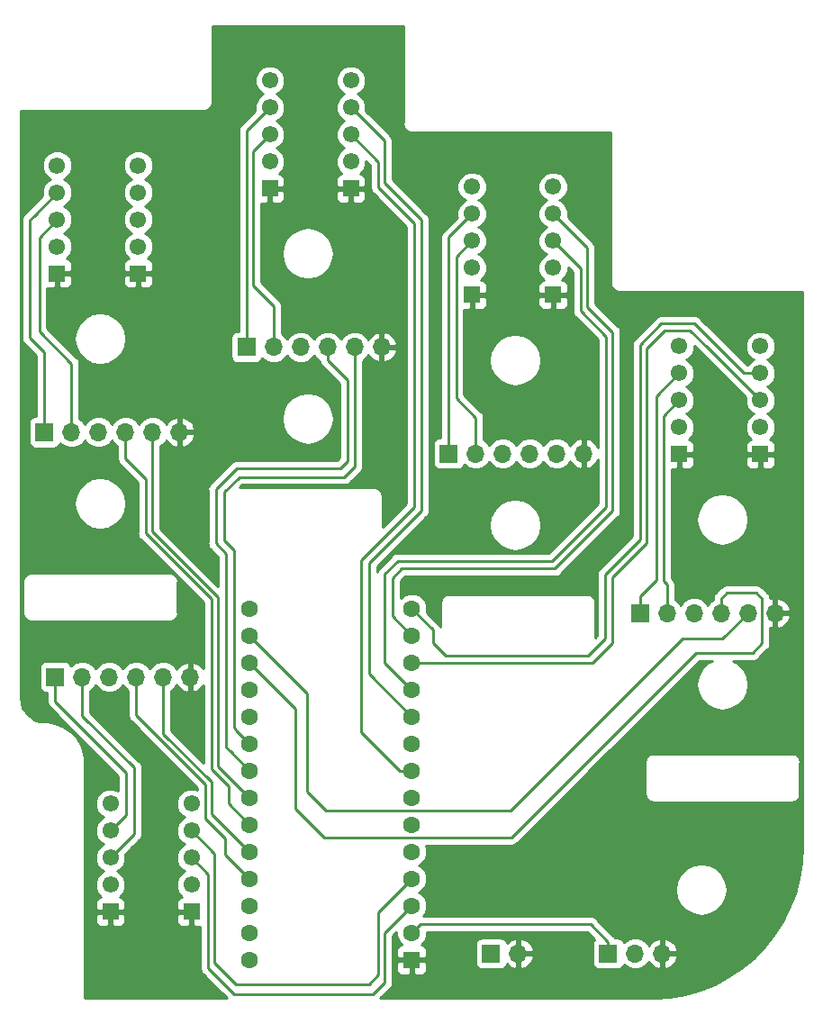
<source format=gtl>
G04 #@! TF.GenerationSoftware,KiCad,Pcbnew,(5.0.2)-1*
G04 #@! TF.CreationDate,2019-03-27T22:14:58+01:00*
G04 #@! TF.ProjectId,DorsalTPMG90,446f7273-616c-4545-904d-4739302e6b69,v01*
G04 #@! TF.SameCoordinates,Original*
G04 #@! TF.FileFunction,Copper,L1,Top*
G04 #@! TF.FilePolarity,Positive*
%FSLAX46Y46*%
G04 Gerber Fmt 4.6, Leading zero omitted, Abs format (unit mm)*
G04 Created by KiCad (PCBNEW (5.0.2)-1) date 27/03/2019 22:14:58*
%MOMM*%
%LPD*%
G01*
G04 APERTURE LIST*
G04 #@! TA.AperFunction,ComponentPad*
%ADD10C,1.550000*%
G04 #@! TD*
G04 #@! TA.AperFunction,ComponentPad*
%ADD11R,1.550000X1.550000*%
G04 #@! TD*
G04 #@! TA.AperFunction,ComponentPad*
%ADD12R,1.600000X1.600000*%
G04 #@! TD*
G04 #@! TA.AperFunction,ComponentPad*
%ADD13C,1.600000*%
G04 #@! TD*
G04 #@! TA.AperFunction,ComponentPad*
%ADD14R,1.700000X1.700000*%
G04 #@! TD*
G04 #@! TA.AperFunction,ComponentPad*
%ADD15O,1.700000X1.700000*%
G04 #@! TD*
G04 #@! TA.AperFunction,Conductor*
%ADD16C,0.250000*%
G04 #@! TD*
G04 #@! TA.AperFunction,Conductor*
%ADD17C,0.254000*%
G04 #@! TD*
G04 APERTURE END LIST*
D10*
G04 #@! TO.P,U5,9*
G04 #@! TO.N,Vbat*
X114690000Y-66040000D03*
G04 #@! TO.P,U5,8*
G04 #@! TO.N,M24*
X114690000Y-63500000D03*
G04 #@! TO.P,U5,7*
G04 #@! TO.N,M14*
X114690000Y-60960000D03*
G04 #@! TO.P,U5,6*
G04 #@! TO.N,Net-(U5-Pad6)*
X114690000Y-58420000D03*
D11*
G04 #@! TO.P,U5,10*
G04 #@! TO.N,GND*
X114690000Y-68580000D03*
D10*
G04 #@! TO.P,U5,5*
G04 #@! TO.N,Net-(U5-Pad5)*
X122310000Y-58420000D03*
G04 #@! TO.P,U5,4*
G04 #@! TO.N,P7*
X122310000Y-60960000D03*
G04 #@! TO.P,U5,3*
G04 #@! TO.N,P5*
X122310000Y-63500000D03*
G04 #@! TO.P,U5,2*
G04 #@! TO.N,+3V3*
X122310000Y-66040000D03*
D11*
G04 #@! TO.P,U5,1*
G04 #@! TO.N,GND*
X122310000Y-68580000D03*
G04 #@! TD*
D12*
G04 #@! TO.P,U1,1*
G04 #@! TO.N,GND*
X148020000Y-133110000D03*
D13*
G04 #@! TO.P,U1,2*
G04 #@! TO.N,P0*
X148020000Y-130570000D03*
G04 #@! TO.P,U1,3*
G04 #@! TO.N,P1*
X148020000Y-128030000D03*
G04 #@! TO.P,U1,4*
G04 #@! TO.N,P2*
X148020000Y-125490000D03*
G04 #@! TO.P,U1,5*
G04 #@! TO.N,Net-(U1-Pad5)*
X148020000Y-122950000D03*
G04 #@! TO.P,U1,6*
G04 #@! TO.N,Net-(U1-Pad6)*
X148020000Y-120410000D03*
G04 #@! TO.P,U1,7*
G04 #@! TO.N,P5*
X148020000Y-117870000D03*
G04 #@! TO.P,U1,8*
G04 #@! TO.N,P6*
X148020000Y-115330000D03*
G04 #@! TO.P,U1,9*
G04 #@! TO.N,P7*
X148020000Y-112790000D03*
G04 #@! TO.P,U1,10*
G04 #@! TO.N,P8*
X148020000Y-110250000D03*
G04 #@! TO.P,U1,11*
G04 #@! TO.N,P9*
X148020000Y-107710000D03*
G04 #@! TO.P,U1,12*
G04 #@! TO.N,P10*
X148020000Y-105170000D03*
G04 #@! TO.P,U1,13*
G04 #@! TO.N,P11*
X148020000Y-102630000D03*
G04 #@! TO.P,U1,33*
G04 #@! TO.N,Net-(U1-Pad33)*
X132780000Y-133110000D03*
G04 #@! TO.P,U1,32*
G04 #@! TO.N,Net-(U1-Pad32)*
X132780000Y-130570000D03*
G04 #@! TO.P,U1,31*
G04 #@! TO.N,+3V3*
X132780000Y-128030000D03*
G04 #@! TO.P,U1,30*
G04 #@! TO.N,P23*
X132780000Y-125490000D03*
G04 #@! TO.P,U1,29*
G04 #@! TO.N,P22*
X132780000Y-122950000D03*
G04 #@! TO.P,U1,28*
G04 #@! TO.N,P21*
X132780000Y-120410000D03*
G04 #@! TO.P,U1,27*
G04 #@! TO.N,P20*
X132780000Y-117870000D03*
G04 #@! TO.P,U1,26*
G04 #@! TO.N,P19*
X132780000Y-115330000D03*
G04 #@! TO.P,U1,25*
G04 #@! TO.N,P18*
X132780000Y-112790000D03*
G04 #@! TO.P,U1,24*
G04 #@! TO.N,P17*
X132780000Y-110250000D03*
G04 #@! TO.P,U1,23*
G04 #@! TO.N,P16*
X132780000Y-107710000D03*
G04 #@! TO.P,U1,22*
G04 #@! TO.N,P15*
X132780000Y-105170000D03*
G04 #@! TO.P,U1,21*
G04 #@! TO.N,P14*
X132780000Y-102630000D03*
G04 #@! TO.P,U1,14*
G04 #@! TO.N,P12*
X148020000Y-100090000D03*
G04 #@! TO.P,U1,20*
G04 #@! TO.N,Net-(U1-Pad20)*
X132780000Y-100090000D03*
G04 #@! TD*
D14*
G04 #@! TO.P,J1,1*
G04 #@! TO.N,P0*
X166500000Y-132500000D03*
D15*
G04 #@! TO.P,J1,2*
G04 #@! TO.N,Vbat*
X169040000Y-132500000D03*
G04 #@! TO.P,J1,3*
G04 #@! TO.N,GND*
X171580000Y-132500000D03*
G04 #@! TD*
G04 #@! TO.P,J2,6*
G04 #@! TO.N,GND*
X126200000Y-83500000D03*
G04 #@! TO.P,J2,5*
G04 #@! TO.N,P20*
X123660000Y-83500000D03*
G04 #@! TO.P,J2,4*
G04 #@! TO.N,P21*
X121120000Y-83500000D03*
G04 #@! TO.P,J2,3*
G04 #@! TO.N,+3V3*
X118580000Y-83500000D03*
G04 #@! TO.P,J2,2*
G04 #@! TO.N,M24*
X116040000Y-83500000D03*
D14*
G04 #@! TO.P,J2,1*
G04 #@! TO.N,M14*
X113500000Y-83500000D03*
G04 #@! TD*
G04 #@! TO.P,J3,1*
G04 #@! TO.N,M15*
X114500000Y-106500000D03*
D15*
G04 #@! TO.P,J3,2*
G04 #@! TO.N,M25*
X117040000Y-106500000D03*
G04 #@! TO.P,J3,3*
G04 #@! TO.N,+3V3*
X119580000Y-106500000D03*
G04 #@! TO.P,J3,4*
G04 #@! TO.N,P23*
X122120000Y-106500000D03*
G04 #@! TO.P,J3,5*
G04 #@! TO.N,P22*
X124660000Y-106500000D03*
G04 #@! TO.P,J3,6*
G04 #@! TO.N,GND*
X127200000Y-106500000D03*
G04 #@! TD*
D14*
G04 #@! TO.P,J4,1*
G04 #@! TO.N,M11*
X169500000Y-100500000D03*
D15*
G04 #@! TO.P,J4,2*
G04 #@! TO.N,M21*
X172040000Y-100500000D03*
G04 #@! TO.P,J4,3*
G04 #@! TO.N,+3V3*
X174580000Y-100500000D03*
G04 #@! TO.P,J4,4*
G04 #@! TO.N,P15*
X177120000Y-100500000D03*
G04 #@! TO.P,J4,5*
G04 #@! TO.N,P14*
X179660000Y-100500000D03*
G04 #@! TO.P,J4,6*
G04 #@! TO.N,GND*
X182200000Y-100500000D03*
G04 #@! TD*
G04 #@! TO.P,J5,6*
G04 #@! TO.N,GND*
X164200000Y-85500000D03*
G04 #@! TO.P,J5,5*
G04 #@! TO.N,P16*
X161660000Y-85500000D03*
G04 #@! TO.P,J5,4*
G04 #@! TO.N,P17*
X159120000Y-85500000D03*
G04 #@! TO.P,J5,3*
G04 #@! TO.N,+3V3*
X156580000Y-85500000D03*
G04 #@! TO.P,J5,2*
G04 #@! TO.N,M22*
X154040000Y-85500000D03*
D14*
G04 #@! TO.P,J5,1*
G04 #@! TO.N,M12*
X151500000Y-85500000D03*
G04 #@! TD*
G04 #@! TO.P,J6,1*
G04 #@! TO.N,M13*
X132500000Y-75500000D03*
D15*
G04 #@! TO.P,J6,2*
G04 #@! TO.N,M23*
X135040000Y-75500000D03*
G04 #@! TO.P,J6,3*
G04 #@! TO.N,+3V3*
X137580000Y-75500000D03*
G04 #@! TO.P,J6,4*
G04 #@! TO.N,P19*
X140120000Y-75500000D03*
G04 #@! TO.P,J6,5*
G04 #@! TO.N,P18*
X142660000Y-75500000D03*
G04 #@! TO.P,J6,6*
G04 #@! TO.N,GND*
X145200000Y-75500000D03*
G04 #@! TD*
D10*
G04 #@! TO.P,U2,9*
G04 #@! TO.N,Vbat*
X173190000Y-83040000D03*
G04 #@! TO.P,U2,8*
G04 #@! TO.N,M21*
X173190000Y-80500000D03*
G04 #@! TO.P,U2,7*
G04 #@! TO.N,M11*
X173190000Y-77960000D03*
G04 #@! TO.P,U2,6*
G04 #@! TO.N,Net-(U2-Pad6)*
X173190000Y-75420000D03*
D11*
G04 #@! TO.P,U2,10*
G04 #@! TO.N,GND*
X173190000Y-85580000D03*
D10*
G04 #@! TO.P,U2,5*
G04 #@! TO.N,Net-(U2-Pad5)*
X180810000Y-75420000D03*
G04 #@! TO.P,U2,4*
G04 #@! TO.N,P12*
X180810000Y-77960000D03*
G04 #@! TO.P,U2,3*
G04 #@! TO.N,P10*
X180810000Y-80500000D03*
G04 #@! TO.P,U2,2*
G04 #@! TO.N,+3V3*
X180810000Y-83040000D03*
D11*
G04 #@! TO.P,U2,1*
G04 #@! TO.N,GND*
X180810000Y-85580000D03*
G04 #@! TD*
G04 #@! TO.P,U3,1*
G04 #@! TO.N,GND*
X161310000Y-70580000D03*
D10*
G04 #@! TO.P,U3,2*
G04 #@! TO.N,+3V3*
X161310000Y-68040000D03*
G04 #@! TO.P,U3,3*
G04 #@! TO.N,P9*
X161310000Y-65500000D03*
G04 #@! TO.P,U3,4*
G04 #@! TO.N,P11*
X161310000Y-62960000D03*
G04 #@! TO.P,U3,5*
G04 #@! TO.N,Net-(U3-Pad5)*
X161310000Y-60420000D03*
D11*
G04 #@! TO.P,U3,10*
G04 #@! TO.N,GND*
X153690000Y-70580000D03*
D10*
G04 #@! TO.P,U3,6*
G04 #@! TO.N,Net-(U3-Pad6)*
X153690000Y-60420000D03*
G04 #@! TO.P,U3,7*
G04 #@! TO.N,M12*
X153690000Y-62960000D03*
G04 #@! TO.P,U3,8*
G04 #@! TO.N,M22*
X153690000Y-65500000D03*
G04 #@! TO.P,U3,9*
G04 #@! TO.N,Vbat*
X153690000Y-68040000D03*
G04 #@! TD*
D11*
G04 #@! TO.P,U4,1*
G04 #@! TO.N,GND*
X142310000Y-60580000D03*
D10*
G04 #@! TO.P,U4,2*
G04 #@! TO.N,+3V3*
X142310000Y-58040000D03*
G04 #@! TO.P,U4,3*
G04 #@! TO.N,P6*
X142310000Y-55500000D03*
G04 #@! TO.P,U4,4*
G04 #@! TO.N,P8*
X142310000Y-52960000D03*
G04 #@! TO.P,U4,5*
G04 #@! TO.N,Net-(U4-Pad5)*
X142310000Y-50420000D03*
D11*
G04 #@! TO.P,U4,10*
G04 #@! TO.N,GND*
X134690000Y-60580000D03*
D10*
G04 #@! TO.P,U4,6*
G04 #@! TO.N,Net-(U4-Pad6)*
X134690000Y-50420000D03*
G04 #@! TO.P,U4,7*
G04 #@! TO.N,M13*
X134690000Y-52960000D03*
G04 #@! TO.P,U4,8*
G04 #@! TO.N,M23*
X134690000Y-55500000D03*
G04 #@! TO.P,U4,9*
G04 #@! TO.N,Vbat*
X134690000Y-58040000D03*
G04 #@! TD*
G04 #@! TO.P,U6,9*
G04 #@! TO.N,Vbat*
X119690000Y-126040000D03*
G04 #@! TO.P,U6,8*
G04 #@! TO.N,M25*
X119690000Y-123500000D03*
G04 #@! TO.P,U6,7*
G04 #@! TO.N,M15*
X119690000Y-120960000D03*
G04 #@! TO.P,U6,6*
G04 #@! TO.N,Net-(U6-Pad6)*
X119690000Y-118420000D03*
D11*
G04 #@! TO.P,U6,10*
G04 #@! TO.N,GND*
X119690000Y-128580000D03*
D10*
G04 #@! TO.P,U6,5*
G04 #@! TO.N,Net-(U6-Pad5)*
X127310000Y-118420000D03*
G04 #@! TO.P,U6,4*
G04 #@! TO.N,P2*
X127310000Y-120960000D03*
G04 #@! TO.P,U6,3*
G04 #@! TO.N,P1*
X127310000Y-123500000D03*
G04 #@! TO.P,U6,2*
G04 #@! TO.N,+3V3*
X127310000Y-126040000D03*
D11*
G04 #@! TO.P,U6,1*
G04 #@! TO.N,GND*
X127310000Y-128580000D03*
G04 #@! TD*
D14*
G04 #@! TO.P,J7,1*
G04 #@! TO.N,Vbat*
X155500000Y-132500000D03*
D15*
G04 #@! TO.P,J7,2*
G04 #@! TO.N,GND*
X158040000Y-132500000D03*
G04 #@! TD*
D16*
G04 #@! TO.N,P0*
X166500000Y-131400000D02*
X166500000Y-132500000D01*
X164870001Y-129770001D02*
X166500000Y-131400000D01*
X148819999Y-129770001D02*
X164870001Y-129770001D01*
X148020000Y-130570000D02*
X148819999Y-129770001D01*
G04 #@! TO.N,P20*
X123660000Y-91860000D02*
X123660000Y-83500000D01*
X123660000Y-92860000D02*
X123660000Y-91860000D01*
X129800000Y-99000000D02*
X123660000Y-92860000D01*
X132780000Y-117870000D02*
X129800000Y-114890000D01*
X129800000Y-114890000D02*
X129800000Y-99000000D01*
G04 #@! TO.N,P21*
X129200000Y-115200000D02*
X129200000Y-99200000D01*
X130800000Y-116800000D02*
X129200000Y-115200000D01*
X132780000Y-120410000D02*
X130800000Y-118430000D01*
X130800000Y-118430000D02*
X130800000Y-116800000D01*
X121120000Y-84702081D02*
X121100000Y-84722081D01*
X121120000Y-83500000D02*
X121120000Y-84702081D01*
X121100000Y-84722081D02*
X121100000Y-86000000D01*
X123000000Y-87900000D02*
X123000000Y-93000000D01*
X121100000Y-86000000D02*
X123000000Y-87900000D01*
X129200000Y-99200000D02*
X123000000Y-93000000D01*
G04 #@! TO.N,M24*
X116040000Y-77040000D02*
X116040000Y-83500000D01*
X113000000Y-74000000D02*
X116040000Y-77040000D01*
X114690000Y-63500000D02*
X113000000Y-65190000D01*
X113000000Y-65190000D02*
X113000000Y-74000000D01*
G04 #@! TO.N,M14*
X113500000Y-83500000D02*
X113500000Y-83100000D01*
X113500000Y-83500000D02*
X113500000Y-76000000D01*
X112500000Y-63150000D02*
X114690000Y-60960000D01*
X113500000Y-76000000D02*
X112500000Y-75000000D01*
D17*
X112100000Y-63550000D02*
X112500000Y-63150000D01*
X112500000Y-75000000D02*
X112100000Y-74600000D01*
X112100000Y-74600000D02*
X112100000Y-63550000D01*
D16*
G04 #@! TO.N,M15*
X121200000Y-119450000D02*
X119690000Y-120960000D01*
X121200000Y-115500000D02*
X121200000Y-119450000D01*
X114500000Y-106500000D02*
X114500000Y-108800000D01*
X114500000Y-108800000D02*
X121200000Y-115500000D01*
G04 #@! TO.N,M25*
X121900000Y-121290000D02*
X121190000Y-122000000D01*
X121900000Y-115000000D02*
X121900000Y-121290000D01*
X117040000Y-110140000D02*
X121900000Y-115000000D01*
X117040000Y-106500000D02*
X117040000Y-110140000D01*
X119690000Y-123500000D02*
X121190000Y-122000000D01*
X121190000Y-122000000D02*
X121300000Y-121890000D01*
G04 #@! TO.N,P23*
X122120000Y-106500000D02*
X122120000Y-110120000D01*
X122120000Y-110120000D02*
X128600000Y-116600000D01*
X132780000Y-125490000D02*
X130500000Y-123210000D01*
X130500000Y-121700000D02*
X128600000Y-119800000D01*
X130500000Y-123210000D02*
X130500000Y-121700000D01*
X128600000Y-116600000D02*
X128600000Y-119800000D01*
G04 #@! TO.N,P22*
X129200000Y-119370000D02*
X132780000Y-122950000D01*
X129200000Y-116400000D02*
X129200000Y-119370000D01*
X124660000Y-111860000D02*
X129200000Y-116400000D01*
X124660000Y-111500000D02*
X124660000Y-111860000D01*
X124660000Y-106500000D02*
X124660000Y-111500000D01*
G04 #@! TO.N,M11*
X169500000Y-98900000D02*
X169500000Y-100500000D01*
X171000000Y-97400000D02*
X169500000Y-98900000D01*
X173190000Y-77960000D02*
X171000000Y-80150000D01*
X171000000Y-80150000D02*
X171000000Y-97400000D01*
G04 #@! TO.N,M21*
X172040000Y-97840000D02*
X172040000Y-100500000D01*
X171700000Y-97500000D02*
X172040000Y-97840000D01*
X173190000Y-80500000D02*
X171700000Y-81990000D01*
X171700000Y-81990000D02*
X171700000Y-97500000D01*
D17*
G04 #@! TO.N,P15*
X177673000Y-98582480D02*
X177120000Y-99135480D01*
X180406738Y-98582480D02*
X177673000Y-98582480D01*
X180968999Y-99144741D02*
X180406738Y-98582480D01*
X180968999Y-103356061D02*
X180968999Y-99144741D01*
X180106320Y-104218740D02*
X180968999Y-103356061D01*
X157391100Y-121589800D02*
X174762160Y-104218740D01*
X155025021Y-121591001D02*
X155026222Y-121589800D01*
X132780000Y-105170000D02*
X136334500Y-108724500D01*
X136334500Y-108737400D02*
X137116820Y-109519720D01*
X177120000Y-99135480D02*
X177120000Y-100500000D01*
X155026222Y-121589800D02*
X157391100Y-121589800D01*
X137116820Y-109519720D02*
X137116820Y-118874540D01*
X174762160Y-104218740D02*
X180106320Y-104218740D01*
X137116820Y-118874540D02*
X139833281Y-121591001D01*
X136334500Y-108724500D02*
X136334500Y-108737400D01*
X139833281Y-121591001D02*
X155025021Y-121591001D01*
D16*
G04 #@! TO.N,P14*
X177260000Y-102900000D02*
X179660000Y-100500000D01*
X132780000Y-102630000D02*
X138200000Y-108050000D01*
X138200000Y-108050000D02*
X138200000Y-117300000D01*
X138200000Y-117300000D02*
X140000000Y-119100000D01*
X140000000Y-119100000D02*
X157300000Y-119100000D01*
X157300000Y-119100000D02*
X173500000Y-102900000D01*
X173500000Y-102900000D02*
X177260000Y-102900000D01*
G04 #@! TO.N,M22*
X154040000Y-82140000D02*
X154040000Y-85500000D01*
X152200000Y-80300000D02*
X154040000Y-82140000D01*
X153690000Y-65500000D02*
X152200000Y-66990000D01*
X152200000Y-66990000D02*
X152200000Y-80300000D01*
G04 #@! TO.N,M12*
X151500000Y-65150000D02*
X151500000Y-85500000D01*
X153690000Y-62960000D02*
X151500000Y-65150000D01*
G04 #@! TO.N,M13*
X132500000Y-55150000D02*
X132500000Y-75500000D01*
X134690000Y-52960000D02*
X132500000Y-55150000D01*
G04 #@! TO.N,M23*
X135040000Y-71640000D02*
X135040000Y-75500000D01*
X133100000Y-69700000D02*
X135040000Y-71640000D01*
X134690000Y-55500000D02*
X133100000Y-57090000D01*
X133100000Y-57090000D02*
X133100000Y-69700000D01*
G04 #@! TO.N,P19*
X130950000Y-113500000D02*
X130749990Y-113299990D01*
X132780000Y-115330000D02*
X130950000Y-113500000D01*
X140120000Y-76702081D02*
X140120000Y-75500000D01*
X142000000Y-78582081D02*
X140120000Y-76702081D01*
X141300000Y-86900000D02*
X142000000Y-86200000D01*
X130950000Y-113500000D02*
X130600000Y-113150000D01*
X130600000Y-113150000D02*
X130600000Y-94936410D01*
X129600000Y-93936410D02*
X129600000Y-88863590D01*
X142000000Y-86200000D02*
X142000000Y-78582081D01*
X130600000Y-94936410D02*
X129600000Y-93936410D01*
X129600000Y-88863590D02*
X131563590Y-86900000D01*
X131563590Y-86900000D02*
X141300000Y-86900000D01*
G04 #@! TO.N,P18*
X142660000Y-86740000D02*
X142660000Y-75500000D01*
X141700000Y-87700000D02*
X142660000Y-86740000D01*
X131800000Y-87700000D02*
X141700000Y-87700000D01*
X130400000Y-89100000D02*
X131800000Y-87700000D01*
X131490000Y-111500000D02*
X131490000Y-111490000D01*
X132780000Y-112790000D02*
X131490000Y-111500000D01*
X131300000Y-111300000D02*
X131300000Y-94600000D01*
X131300000Y-94600000D02*
X130400000Y-93700000D01*
X131490000Y-111490000D02*
X131300000Y-111300000D01*
X130400000Y-93700000D02*
X130400000Y-89100000D01*
G04 #@! TO.N,P12*
X179260000Y-77960000D02*
X180810000Y-77960000D01*
X174600000Y-73300000D02*
X179260000Y-77960000D01*
X171500000Y-73300000D02*
X174600000Y-73300000D01*
X169500000Y-93600000D02*
X169500000Y-75300000D01*
X166200000Y-96900000D02*
X169500000Y-93600000D01*
X148020000Y-100090000D02*
X150000000Y-102070000D01*
X150000000Y-102070000D02*
X150000000Y-103300000D01*
X150000000Y-103300000D02*
X151200000Y-104500000D01*
X169500000Y-75300000D02*
X171500000Y-73300000D01*
X151200000Y-104500000D02*
X164600000Y-104500000D01*
X164600000Y-104500000D02*
X166200000Y-102900000D01*
X166200000Y-102900000D02*
X166200000Y-96900000D01*
G04 #@! TO.N,P11*
X146200000Y-100810000D02*
X148020000Y-102630000D01*
X146200000Y-97200000D02*
X146200000Y-100810000D01*
X147100000Y-96300000D02*
X146200000Y-97200000D01*
X164500000Y-71700000D02*
X166900000Y-74100000D01*
X164500000Y-66150000D02*
X164500000Y-71700000D01*
X166900000Y-74100000D02*
X166900000Y-90900000D01*
X161310000Y-62960000D02*
X164500000Y-66150000D01*
X166900000Y-90900000D02*
X161500000Y-96300000D01*
X161500000Y-96300000D02*
X147100000Y-96300000D01*
G04 #@! TO.N,P10*
X148020000Y-105170000D02*
X165030000Y-105170000D01*
X165030000Y-105170000D02*
X166900000Y-103300000D01*
X166900000Y-103300000D02*
X166900000Y-97100000D01*
X175900000Y-75590000D02*
X180810000Y-80500000D01*
X166900000Y-97100000D02*
X170100000Y-93900000D01*
X170100000Y-93900000D02*
X170100000Y-75600000D01*
X170100000Y-75600000D02*
X171800000Y-73900000D01*
X175890000Y-75590000D02*
X174200000Y-73900000D01*
X175900000Y-75590000D02*
X175890000Y-75590000D01*
X171800000Y-73900000D02*
X174200000Y-73900000D01*
G04 #@! TO.N,P9*
X145500000Y-105190000D02*
X145510000Y-105200000D01*
X145500000Y-96800000D02*
X145500000Y-105190000D01*
X146700000Y-95600000D02*
X145500000Y-96800000D01*
X163900000Y-68090000D02*
X163900000Y-72100000D01*
X161310000Y-65500000D02*
X163900000Y-68090000D01*
X163900000Y-72100000D02*
X166300000Y-74500000D01*
X145510000Y-105200000D02*
X148020000Y-107710000D01*
X166300000Y-74500000D02*
X166300000Y-90500000D01*
X166300000Y-90500000D02*
X161200000Y-95600000D01*
X161200000Y-95600000D02*
X146700000Y-95600000D01*
G04 #@! TO.N,P8*
X145450000Y-60050000D02*
X145450000Y-56100000D01*
X142310000Y-52960000D02*
X145450000Y-56100000D01*
X148020000Y-110250000D02*
X144000000Y-106230000D01*
X144000000Y-106230000D02*
X144000000Y-95800000D01*
X144000000Y-95800000D02*
X148900000Y-90900000D01*
X148900000Y-63500000D02*
X145450000Y-60050000D01*
X148900000Y-90900000D02*
X148900000Y-63500000D01*
G04 #@! TO.N,P6*
X148020000Y-115330000D02*
X146888630Y-115330000D01*
X142310000Y-55500000D02*
X144900000Y-58090000D01*
X144900000Y-58090000D02*
X144900000Y-60500000D01*
X144900000Y-60500000D02*
X148300000Y-63900000D01*
X148300000Y-63900000D02*
X148300000Y-90500000D01*
X143300000Y-111741370D02*
X143358630Y-111800000D01*
X143300000Y-95500000D02*
X143300000Y-111741370D01*
X146888630Y-115330000D02*
X143358630Y-111800000D01*
X148300000Y-90500000D02*
X143300000Y-95500000D01*
G04 #@! TO.N,P2*
X144900000Y-128610000D02*
X148020000Y-125490000D01*
X129500000Y-123150000D02*
X129500000Y-133400000D01*
X127310000Y-120960000D02*
X129500000Y-123150000D01*
X129500000Y-133400000D02*
X131500000Y-135400000D01*
X131500000Y-135400000D02*
X144000000Y-135400000D01*
X144000000Y-135400000D02*
X144900000Y-134500000D01*
X144900000Y-134500000D02*
X144900000Y-128610000D01*
G04 #@! TO.N,P1*
X148020000Y-128030000D02*
X145500000Y-130550000D01*
X145500000Y-130550000D02*
X145500000Y-134636410D01*
X130800000Y-135800000D02*
X130500000Y-135500000D01*
X128900000Y-133900000D02*
X130500000Y-135500000D01*
X127310000Y-123500000D02*
X128900000Y-125090000D01*
X128900000Y-125090000D02*
X128900000Y-133900000D01*
D17*
X145500000Y-135200000D02*
X145500000Y-134636410D01*
X144400000Y-136300000D02*
X145500000Y-135200000D01*
X130800000Y-135800000D02*
X131300000Y-136300000D01*
X131300000Y-136300000D02*
X144400000Y-136300000D01*
G04 #@! TD*
G04 #@! TO.N,GND*
G36*
X147215001Y-54422679D02*
X147199621Y-54500000D01*
X147260546Y-54806292D01*
X147434047Y-55065953D01*
X147693708Y-55239454D01*
X147922684Y-55285000D01*
X148000000Y-55300379D01*
X148077316Y-55285000D01*
X166715000Y-55285000D01*
X166715001Y-69422679D01*
X166699621Y-69500000D01*
X166760546Y-69806292D01*
X166934047Y-70065953D01*
X167193708Y-70239454D01*
X167422684Y-70285000D01*
X167500000Y-70300379D01*
X167577316Y-70285000D01*
X184715000Y-70285000D01*
X184715001Y-122479762D01*
X184638664Y-123961094D01*
X184413581Y-125406697D01*
X184041091Y-126821512D01*
X183525144Y-128190538D01*
X182871205Y-129499278D01*
X182086191Y-130733881D01*
X181178437Y-131881236D01*
X180157553Y-132929204D01*
X179034349Y-133866684D01*
X177820729Y-134683741D01*
X176529553Y-135371717D01*
X175174495Y-135923328D01*
X173769920Y-136332723D01*
X172330699Y-136595571D01*
X170857022Y-136710259D01*
X170494843Y-136715000D01*
X145062630Y-136715000D01*
X145985750Y-135791881D01*
X146049371Y-135749371D01*
X146217788Y-135497317D01*
X146262000Y-135275048D01*
X146262000Y-135275043D01*
X146276927Y-135200000D01*
X146262000Y-135124957D01*
X146262000Y-134561362D01*
X146260000Y-134551307D01*
X146260000Y-133395750D01*
X146585000Y-133395750D01*
X146585000Y-134036309D01*
X146681673Y-134269698D01*
X146860301Y-134448327D01*
X147093690Y-134545000D01*
X147734250Y-134545000D01*
X147893000Y-134386250D01*
X147893000Y-133237000D01*
X148147000Y-133237000D01*
X148147000Y-134386250D01*
X148305750Y-134545000D01*
X148946310Y-134545000D01*
X149179699Y-134448327D01*
X149358327Y-134269698D01*
X149455000Y-134036309D01*
X149455000Y-133395750D01*
X149296250Y-133237000D01*
X148147000Y-133237000D01*
X147893000Y-133237000D01*
X146743750Y-133237000D01*
X146585000Y-133395750D01*
X146260000Y-133395750D01*
X146260000Y-130864801D01*
X146585000Y-130539801D01*
X146585000Y-130855439D01*
X146803466Y-131382862D01*
X147095604Y-131675000D01*
X147093690Y-131675000D01*
X146860301Y-131771673D01*
X146681673Y-131950302D01*
X146585000Y-132183691D01*
X146585000Y-132824250D01*
X146743750Y-132983000D01*
X147893000Y-132983000D01*
X147893000Y-132963000D01*
X148147000Y-132963000D01*
X148147000Y-132983000D01*
X149296250Y-132983000D01*
X149455000Y-132824250D01*
X149455000Y-132183691D01*
X149358327Y-131950302D01*
X149179699Y-131771673D01*
X148946310Y-131675000D01*
X148944396Y-131675000D01*
X148969396Y-131650000D01*
X154002560Y-131650000D01*
X154002560Y-133350000D01*
X154051843Y-133597765D01*
X154192191Y-133807809D01*
X154402235Y-133948157D01*
X154650000Y-133997440D01*
X156350000Y-133997440D01*
X156597765Y-133948157D01*
X156807809Y-133807809D01*
X156948157Y-133597765D01*
X156968739Y-133494292D01*
X157273076Y-133771645D01*
X157683110Y-133941476D01*
X157913000Y-133820155D01*
X157913000Y-132627000D01*
X158167000Y-132627000D01*
X158167000Y-133820155D01*
X158396890Y-133941476D01*
X158806924Y-133771645D01*
X159235183Y-133381358D01*
X159481486Y-132856892D01*
X159360819Y-132627000D01*
X158167000Y-132627000D01*
X157913000Y-132627000D01*
X157893000Y-132627000D01*
X157893000Y-132373000D01*
X157913000Y-132373000D01*
X157913000Y-131179845D01*
X158167000Y-131179845D01*
X158167000Y-132373000D01*
X159360819Y-132373000D01*
X159481486Y-132143108D01*
X159235183Y-131618642D01*
X158806924Y-131228355D01*
X158396890Y-131058524D01*
X158167000Y-131179845D01*
X157913000Y-131179845D01*
X157683110Y-131058524D01*
X157273076Y-131228355D01*
X156968739Y-131505708D01*
X156948157Y-131402235D01*
X156807809Y-131192191D01*
X156597765Y-131051843D01*
X156350000Y-131002560D01*
X154650000Y-131002560D01*
X154402235Y-131051843D01*
X154192191Y-131192191D01*
X154051843Y-131402235D01*
X154002560Y-131650000D01*
X148969396Y-131650000D01*
X149236534Y-131382862D01*
X149455000Y-130855439D01*
X149455000Y-130530001D01*
X164555200Y-130530001D01*
X165207296Y-131182098D01*
X165192191Y-131192191D01*
X165051843Y-131402235D01*
X165002560Y-131650000D01*
X165002560Y-133350000D01*
X165051843Y-133597765D01*
X165192191Y-133807809D01*
X165402235Y-133948157D01*
X165650000Y-133997440D01*
X167350000Y-133997440D01*
X167597765Y-133948157D01*
X167807809Y-133807809D01*
X167948157Y-133597765D01*
X167957184Y-133552381D01*
X167969375Y-133570625D01*
X168460582Y-133898839D01*
X168893744Y-133985000D01*
X169186256Y-133985000D01*
X169619418Y-133898839D01*
X170110625Y-133570625D01*
X170323843Y-133251522D01*
X170384817Y-133381358D01*
X170813076Y-133771645D01*
X171223110Y-133941476D01*
X171453000Y-133820155D01*
X171453000Y-132627000D01*
X171707000Y-132627000D01*
X171707000Y-133820155D01*
X171936890Y-133941476D01*
X172346924Y-133771645D01*
X172775183Y-133381358D01*
X173021486Y-132856892D01*
X172900819Y-132627000D01*
X171707000Y-132627000D01*
X171453000Y-132627000D01*
X171433000Y-132627000D01*
X171433000Y-132373000D01*
X171453000Y-132373000D01*
X171453000Y-131179845D01*
X171707000Y-131179845D01*
X171707000Y-132373000D01*
X172900819Y-132373000D01*
X173021486Y-132143108D01*
X172775183Y-131618642D01*
X172346924Y-131228355D01*
X171936890Y-131058524D01*
X171707000Y-131179845D01*
X171453000Y-131179845D01*
X171223110Y-131058524D01*
X170813076Y-131228355D01*
X170384817Y-131618642D01*
X170323843Y-131748478D01*
X170110625Y-131429375D01*
X169619418Y-131101161D01*
X169186256Y-131015000D01*
X168893744Y-131015000D01*
X168460582Y-131101161D01*
X167969375Y-131429375D01*
X167957184Y-131447619D01*
X167948157Y-131402235D01*
X167807809Y-131192191D01*
X167597765Y-131051843D01*
X167350000Y-131002560D01*
X167148483Y-131002560D01*
X167090329Y-130915527D01*
X167047929Y-130852071D01*
X166984473Y-130809671D01*
X165460332Y-129285531D01*
X165417930Y-129222072D01*
X165166538Y-129054097D01*
X164944853Y-129010001D01*
X164944848Y-129010001D01*
X164870001Y-128995113D01*
X164795154Y-129010001D01*
X149069395Y-129010001D01*
X149236534Y-128842862D01*
X149455000Y-128315439D01*
X149455000Y-127744561D01*
X149236534Y-127217138D01*
X148832862Y-126813466D01*
X148703784Y-126760000D01*
X148832862Y-126706534D01*
X149039396Y-126500000D01*
X172795000Y-126500000D01*
X172915156Y-127258637D01*
X173263863Y-127943013D01*
X173806987Y-128486137D01*
X174491363Y-128834844D01*
X175250000Y-128955000D01*
X176008637Y-128834844D01*
X176693013Y-128486137D01*
X177236137Y-127943013D01*
X177584844Y-127258637D01*
X177705000Y-126500000D01*
X177584844Y-125741363D01*
X177236137Y-125056987D01*
X176693013Y-124513863D01*
X176008637Y-124165156D01*
X175250000Y-124045000D01*
X174491363Y-124165156D01*
X173806987Y-124513863D01*
X173263863Y-125056987D01*
X172915156Y-125741363D01*
X172795000Y-126500000D01*
X149039396Y-126500000D01*
X149236534Y-126302862D01*
X149455000Y-125775439D01*
X149455000Y-125204561D01*
X149236534Y-124677138D01*
X148832862Y-124273466D01*
X148703784Y-124220000D01*
X148832862Y-124166534D01*
X149236534Y-123762862D01*
X149455000Y-123235439D01*
X149455000Y-122664561D01*
X149325947Y-122353001D01*
X154949978Y-122353001D01*
X155025021Y-122367928D01*
X155100064Y-122353001D01*
X155100069Y-122353001D01*
X155106107Y-122351800D01*
X157316057Y-122351800D01*
X157391100Y-122366727D01*
X157466143Y-122351800D01*
X157466148Y-122351800D01*
X157688417Y-122307588D01*
X157940471Y-122139171D01*
X157982984Y-122075546D01*
X165558530Y-114500000D01*
X169949621Y-114500000D01*
X169965001Y-114577321D01*
X169965000Y-117422684D01*
X169949621Y-117500000D01*
X170010546Y-117806292D01*
X170150605Y-118015904D01*
X170184047Y-118065953D01*
X170443708Y-118239454D01*
X170750000Y-118300379D01*
X170827316Y-118285000D01*
X183672684Y-118285000D01*
X183750000Y-118300379D01*
X184056292Y-118239454D01*
X184315953Y-118065953D01*
X184489454Y-117806292D01*
X184535000Y-117577316D01*
X184535000Y-117577315D01*
X184550379Y-117500000D01*
X184535000Y-117422684D01*
X184535000Y-114577316D01*
X184550379Y-114500000D01*
X184489454Y-114193708D01*
X184315953Y-113934047D01*
X184056292Y-113760546D01*
X183827316Y-113715000D01*
X183750000Y-113699621D01*
X183672684Y-113715000D01*
X170827316Y-113715000D01*
X170750000Y-113699621D01*
X170672684Y-113715000D01*
X170443708Y-113760546D01*
X170184047Y-113934047D01*
X170010546Y-114193708D01*
X169949621Y-114500000D01*
X165558530Y-114500000D01*
X175077791Y-104980740D01*
X176264517Y-104980740D01*
X175806987Y-105213863D01*
X175263863Y-105756987D01*
X174915156Y-106441363D01*
X174795000Y-107200000D01*
X174915156Y-107958637D01*
X175263863Y-108643013D01*
X175806987Y-109186137D01*
X176491363Y-109534844D01*
X177250000Y-109655000D01*
X178008637Y-109534844D01*
X178693013Y-109186137D01*
X179236137Y-108643013D01*
X179584844Y-107958637D01*
X179705000Y-107200000D01*
X179584844Y-106441363D01*
X179236137Y-105756987D01*
X178693013Y-105213863D01*
X178235483Y-104980740D01*
X180031277Y-104980740D01*
X180106320Y-104995667D01*
X180181363Y-104980740D01*
X180181368Y-104980740D01*
X180403637Y-104936528D01*
X180655691Y-104768111D01*
X180698203Y-104704487D01*
X181454749Y-103947942D01*
X181518370Y-103905432D01*
X181672414Y-103674889D01*
X181686786Y-103653380D01*
X181686786Y-103653379D01*
X181686787Y-103653378D01*
X181730999Y-103431109D01*
X181730999Y-103431105D01*
X181745926Y-103356062D01*
X181730999Y-103281019D01*
X181730999Y-101895041D01*
X181843110Y-101941476D01*
X182073000Y-101820155D01*
X182073000Y-100627000D01*
X182327000Y-100627000D01*
X182327000Y-101820155D01*
X182556890Y-101941476D01*
X182966924Y-101771645D01*
X183395183Y-101381358D01*
X183641486Y-100856892D01*
X183520819Y-100627000D01*
X182327000Y-100627000D01*
X182073000Y-100627000D01*
X182053000Y-100627000D01*
X182053000Y-100373000D01*
X182073000Y-100373000D01*
X182073000Y-99179845D01*
X182327000Y-99179845D01*
X182327000Y-100373000D01*
X183520819Y-100373000D01*
X183641486Y-100143108D01*
X183395183Y-99618642D01*
X182966924Y-99228355D01*
X182556890Y-99058524D01*
X182327000Y-99179845D01*
X182073000Y-99179845D01*
X181843110Y-99058524D01*
X181737479Y-99102275D01*
X181730999Y-99069697D01*
X181730999Y-99069693D01*
X181686787Y-98847424D01*
X181518370Y-98595370D01*
X181454748Y-98552859D01*
X180998621Y-98096733D01*
X180956109Y-98033109D01*
X180704055Y-97864692D01*
X180481786Y-97820480D01*
X180481781Y-97820480D01*
X180406738Y-97805553D01*
X180331695Y-97820480D01*
X177748042Y-97820480D01*
X177672999Y-97805553D01*
X177597956Y-97820480D01*
X177597952Y-97820480D01*
X177375683Y-97864692D01*
X177123629Y-98033109D01*
X177081118Y-98096731D01*
X176634253Y-98543597D01*
X176570629Y-98586109D01*
X176402212Y-98838164D01*
X176358000Y-99060433D01*
X176358000Y-99060437D01*
X176343073Y-99135480D01*
X176358000Y-99210524D01*
X176358000Y-99223158D01*
X176049375Y-99429375D01*
X175850000Y-99727761D01*
X175650625Y-99429375D01*
X175159418Y-99101161D01*
X174726256Y-99015000D01*
X174433744Y-99015000D01*
X174000582Y-99101161D01*
X173509375Y-99429375D01*
X173310000Y-99727761D01*
X173110625Y-99429375D01*
X172800000Y-99221822D01*
X172800000Y-97914848D01*
X172814888Y-97840000D01*
X172800000Y-97765152D01*
X172800000Y-97765148D01*
X172755904Y-97543463D01*
X172587929Y-97292071D01*
X172524470Y-97249669D01*
X172460000Y-97185199D01*
X172460000Y-91700000D01*
X174795000Y-91700000D01*
X174915156Y-92458637D01*
X175263863Y-93143013D01*
X175806987Y-93686137D01*
X176491363Y-94034844D01*
X177250000Y-94155000D01*
X178008637Y-94034844D01*
X178693013Y-93686137D01*
X179236137Y-93143013D01*
X179584844Y-92458637D01*
X179705000Y-91700000D01*
X179584844Y-90941363D01*
X179236137Y-90256987D01*
X178693013Y-89713863D01*
X178008637Y-89365156D01*
X177250000Y-89245000D01*
X176491363Y-89365156D01*
X175806987Y-89713863D01*
X175263863Y-90256987D01*
X174915156Y-90941363D01*
X174795000Y-91700000D01*
X172460000Y-91700000D01*
X172460000Y-86990000D01*
X172904250Y-86990000D01*
X173063000Y-86831250D01*
X173063000Y-85707000D01*
X173317000Y-85707000D01*
X173317000Y-86831250D01*
X173475750Y-86990000D01*
X174091310Y-86990000D01*
X174324699Y-86893327D01*
X174503327Y-86714698D01*
X174600000Y-86481309D01*
X174600000Y-85865750D01*
X179400000Y-85865750D01*
X179400000Y-86481310D01*
X179496673Y-86714699D01*
X179675302Y-86893327D01*
X179908691Y-86990000D01*
X180524250Y-86990000D01*
X180683000Y-86831250D01*
X180683000Y-85707000D01*
X180937000Y-85707000D01*
X180937000Y-86831250D01*
X181095750Y-86990000D01*
X181711309Y-86990000D01*
X181944698Y-86893327D01*
X182123327Y-86714699D01*
X182220000Y-86481310D01*
X182220000Y-85865750D01*
X182061250Y-85707000D01*
X180937000Y-85707000D01*
X180683000Y-85707000D01*
X179558750Y-85707000D01*
X179400000Y-85865750D01*
X174600000Y-85865750D01*
X174441250Y-85707000D01*
X173317000Y-85707000D01*
X173063000Y-85707000D01*
X173043000Y-85707000D01*
X173043000Y-85453000D01*
X173063000Y-85453000D01*
X173063000Y-85433000D01*
X173317000Y-85433000D01*
X173317000Y-85453000D01*
X174441250Y-85453000D01*
X174600000Y-85294250D01*
X174600000Y-84678691D01*
X174503327Y-84445302D01*
X174324699Y-84266673D01*
X174091310Y-84170000D01*
X174054042Y-84170000D01*
X174385341Y-83838701D01*
X174600000Y-83320467D01*
X174600000Y-82759533D01*
X174385341Y-82241299D01*
X173988701Y-81844659D01*
X173808458Y-81770000D01*
X173988701Y-81695341D01*
X174385341Y-81298701D01*
X174600000Y-80780467D01*
X174600000Y-80219533D01*
X174385341Y-79701299D01*
X173988701Y-79304659D01*
X173808458Y-79230000D01*
X173988701Y-79155341D01*
X174385341Y-78758701D01*
X174600000Y-78240467D01*
X174600000Y-77679533D01*
X174385341Y-77161299D01*
X173988701Y-76764659D01*
X173808458Y-76690000D01*
X173988701Y-76615341D01*
X174385341Y-76218701D01*
X174600000Y-75700467D01*
X174600000Y-75374802D01*
X175299670Y-76074472D01*
X175342071Y-76137929D01*
X175435667Y-76200468D01*
X179416030Y-80180832D01*
X179400000Y-80219533D01*
X179400000Y-80780467D01*
X179614659Y-81298701D01*
X180011299Y-81695341D01*
X180191542Y-81770000D01*
X180011299Y-81844659D01*
X179614659Y-82241299D01*
X179400000Y-82759533D01*
X179400000Y-83320467D01*
X179614659Y-83838701D01*
X179945958Y-84170000D01*
X179908691Y-84170000D01*
X179675302Y-84266673D01*
X179496673Y-84445301D01*
X179400000Y-84678690D01*
X179400000Y-85294250D01*
X179558750Y-85453000D01*
X180683000Y-85453000D01*
X180683000Y-85433000D01*
X180937000Y-85433000D01*
X180937000Y-85453000D01*
X182061250Y-85453000D01*
X182220000Y-85294250D01*
X182220000Y-84678690D01*
X182123327Y-84445301D01*
X181944698Y-84266673D01*
X181711309Y-84170000D01*
X181674042Y-84170000D01*
X182005341Y-83838701D01*
X182220000Y-83320467D01*
X182220000Y-82759533D01*
X182005341Y-82241299D01*
X181608701Y-81844659D01*
X181428458Y-81770000D01*
X181608701Y-81695341D01*
X182005341Y-81298701D01*
X182220000Y-80780467D01*
X182220000Y-80219533D01*
X182005341Y-79701299D01*
X181608701Y-79304659D01*
X181428458Y-79230000D01*
X181608701Y-79155341D01*
X182005341Y-78758701D01*
X182220000Y-78240467D01*
X182220000Y-77679533D01*
X182005341Y-77161299D01*
X181608701Y-76764659D01*
X181428458Y-76690000D01*
X181608701Y-76615341D01*
X182005341Y-76218701D01*
X182220000Y-75700467D01*
X182220000Y-75139533D01*
X182005341Y-74621299D01*
X181608701Y-74224659D01*
X181090467Y-74010000D01*
X180529533Y-74010000D01*
X180011299Y-74224659D01*
X179614659Y-74621299D01*
X179400000Y-75139533D01*
X179400000Y-75700467D01*
X179614659Y-76218701D01*
X180011299Y-76615341D01*
X180191542Y-76690000D01*
X180011299Y-76764659D01*
X179614659Y-77161299D01*
X179598629Y-77200000D01*
X179574802Y-77200000D01*
X175190331Y-72815530D01*
X175147929Y-72752071D01*
X174896537Y-72584096D01*
X174674852Y-72540000D01*
X174674847Y-72540000D01*
X174600000Y-72525112D01*
X174525153Y-72540000D01*
X171574846Y-72540000D01*
X171499999Y-72525112D01*
X171425152Y-72540000D01*
X171425148Y-72540000D01*
X171203463Y-72584096D01*
X170952071Y-72752071D01*
X170909671Y-72815527D01*
X169015528Y-74709671D01*
X168952072Y-74752071D01*
X168909672Y-74815527D01*
X168909671Y-74815528D01*
X168784097Y-75003463D01*
X168725112Y-75300000D01*
X168740001Y-75374852D01*
X168740000Y-93285198D01*
X165715528Y-96309671D01*
X165652072Y-96352071D01*
X165609672Y-96415527D01*
X165609671Y-96415528D01*
X165484097Y-96603463D01*
X165425112Y-96900000D01*
X165440001Y-96974852D01*
X165440000Y-102585198D01*
X165244556Y-102780642D01*
X165285000Y-102577316D01*
X165285000Y-102577315D01*
X165300379Y-102500000D01*
X165285000Y-102422684D01*
X165285000Y-99577316D01*
X165300379Y-99500000D01*
X165239454Y-99193708D01*
X165065953Y-98934047D01*
X164806292Y-98760546D01*
X164577316Y-98715000D01*
X164500000Y-98699621D01*
X164422684Y-98715000D01*
X151577316Y-98715000D01*
X151500000Y-98699621D01*
X151422684Y-98715000D01*
X151193708Y-98760546D01*
X150934047Y-98934047D01*
X150760546Y-99193708D01*
X150699621Y-99500000D01*
X150715001Y-99577321D01*
X150715000Y-101772109D01*
X150590329Y-101585527D01*
X150547929Y-101522071D01*
X150484473Y-101479671D01*
X149433103Y-100428302D01*
X149455000Y-100375439D01*
X149455000Y-99804561D01*
X149236534Y-99277138D01*
X148832862Y-98873466D01*
X148305439Y-98655000D01*
X147734561Y-98655000D01*
X147207138Y-98873466D01*
X146960000Y-99120604D01*
X146960000Y-97514801D01*
X147414802Y-97060000D01*
X161425153Y-97060000D01*
X161500000Y-97074888D01*
X161574847Y-97060000D01*
X161574852Y-97060000D01*
X161796537Y-97015904D01*
X162047929Y-96847929D01*
X162090331Y-96784470D01*
X167384473Y-91490329D01*
X167447929Y-91447929D01*
X167615904Y-91196537D01*
X167660000Y-90974852D01*
X167660000Y-90974848D01*
X167674888Y-90900001D01*
X167660000Y-90825154D01*
X167660000Y-74174848D01*
X167674888Y-74100000D01*
X167660000Y-74025152D01*
X167660000Y-74025148D01*
X167615904Y-73803463D01*
X167447929Y-73552071D01*
X167384473Y-73509671D01*
X165260000Y-71385199D01*
X165260000Y-66224846D01*
X165274888Y-66149999D01*
X165260000Y-66075152D01*
X165260000Y-66075148D01*
X165215904Y-65853463D01*
X165047929Y-65602071D01*
X164984473Y-65559671D01*
X162703969Y-63279168D01*
X162720000Y-63240467D01*
X162720000Y-62679533D01*
X162505341Y-62161299D01*
X162108701Y-61764659D01*
X161928458Y-61690000D01*
X162108701Y-61615341D01*
X162505341Y-61218701D01*
X162720000Y-60700467D01*
X162720000Y-60139533D01*
X162505341Y-59621299D01*
X162108701Y-59224659D01*
X161590467Y-59010000D01*
X161029533Y-59010000D01*
X160511299Y-59224659D01*
X160114659Y-59621299D01*
X159900000Y-60139533D01*
X159900000Y-60700467D01*
X160114659Y-61218701D01*
X160511299Y-61615341D01*
X160691542Y-61690000D01*
X160511299Y-61764659D01*
X160114659Y-62161299D01*
X159900000Y-62679533D01*
X159900000Y-63240467D01*
X160114659Y-63758701D01*
X160511299Y-64155341D01*
X160691542Y-64230000D01*
X160511299Y-64304659D01*
X160114659Y-64701299D01*
X159900000Y-65219533D01*
X159900000Y-65780467D01*
X160114659Y-66298701D01*
X160511299Y-66695341D01*
X160691542Y-66770000D01*
X160511299Y-66844659D01*
X160114659Y-67241299D01*
X159900000Y-67759533D01*
X159900000Y-68320467D01*
X160114659Y-68838701D01*
X160445958Y-69170000D01*
X160408691Y-69170000D01*
X160175302Y-69266673D01*
X159996673Y-69445301D01*
X159900000Y-69678690D01*
X159900000Y-70294250D01*
X160058750Y-70453000D01*
X161183000Y-70453000D01*
X161183000Y-70433000D01*
X161437000Y-70433000D01*
X161437000Y-70453000D01*
X162561250Y-70453000D01*
X162720000Y-70294250D01*
X162720000Y-69678690D01*
X162623327Y-69445301D01*
X162444698Y-69266673D01*
X162211309Y-69170000D01*
X162174042Y-69170000D01*
X162505341Y-68838701D01*
X162720000Y-68320467D01*
X162720000Y-67984802D01*
X163140000Y-68404802D01*
X163140001Y-72025148D01*
X163125112Y-72100000D01*
X163184097Y-72396537D01*
X163309421Y-72584097D01*
X163352072Y-72647929D01*
X163415528Y-72690329D01*
X165540000Y-74814802D01*
X165540001Y-84927010D01*
X165395183Y-84618642D01*
X164966924Y-84228355D01*
X164556890Y-84058524D01*
X164327000Y-84179845D01*
X164327000Y-85373000D01*
X164347000Y-85373000D01*
X164347000Y-85627000D01*
X164327000Y-85627000D01*
X164327000Y-86820155D01*
X164556890Y-86941476D01*
X164966924Y-86771645D01*
X165395183Y-86381358D01*
X165540001Y-86072990D01*
X165540001Y-90185197D01*
X160885199Y-94840000D01*
X146774846Y-94840000D01*
X146699999Y-94825112D01*
X146625152Y-94840000D01*
X146625148Y-94840000D01*
X146403463Y-94884096D01*
X146152071Y-95052071D01*
X146109671Y-95115527D01*
X145015530Y-96209669D01*
X144952071Y-96252071D01*
X144784096Y-96503464D01*
X144760000Y-96624602D01*
X144760000Y-96114801D01*
X148674802Y-92200000D01*
X155295000Y-92200000D01*
X155415156Y-92958637D01*
X155763863Y-93643013D01*
X156306987Y-94186137D01*
X156991363Y-94534844D01*
X157750000Y-94655000D01*
X158508637Y-94534844D01*
X159193013Y-94186137D01*
X159736137Y-93643013D01*
X160084844Y-92958637D01*
X160205000Y-92200000D01*
X160084844Y-91441363D01*
X159736137Y-90756987D01*
X159193013Y-90213863D01*
X158508637Y-89865156D01*
X157750000Y-89745000D01*
X156991363Y-89865156D01*
X156306987Y-90213863D01*
X155763863Y-90756987D01*
X155415156Y-91441363D01*
X155295000Y-92200000D01*
X148674802Y-92200000D01*
X149384476Y-91490327D01*
X149447929Y-91447929D01*
X149490327Y-91384476D01*
X149490329Y-91384474D01*
X149615903Y-91196538D01*
X149615904Y-91196537D01*
X149660000Y-90974852D01*
X149660000Y-90974848D01*
X149674888Y-90900001D01*
X149660000Y-90825154D01*
X149660000Y-84650000D01*
X150002560Y-84650000D01*
X150002560Y-86350000D01*
X150051843Y-86597765D01*
X150192191Y-86807809D01*
X150402235Y-86948157D01*
X150650000Y-86997440D01*
X152350000Y-86997440D01*
X152597765Y-86948157D01*
X152807809Y-86807809D01*
X152948157Y-86597765D01*
X152957184Y-86552381D01*
X152969375Y-86570625D01*
X153460582Y-86898839D01*
X153893744Y-86985000D01*
X154186256Y-86985000D01*
X154619418Y-86898839D01*
X155110625Y-86570625D01*
X155310000Y-86272239D01*
X155509375Y-86570625D01*
X156000582Y-86898839D01*
X156433744Y-86985000D01*
X156726256Y-86985000D01*
X157159418Y-86898839D01*
X157650625Y-86570625D01*
X157850000Y-86272239D01*
X158049375Y-86570625D01*
X158540582Y-86898839D01*
X158973744Y-86985000D01*
X159266256Y-86985000D01*
X159699418Y-86898839D01*
X160190625Y-86570625D01*
X160390000Y-86272239D01*
X160589375Y-86570625D01*
X161080582Y-86898839D01*
X161513744Y-86985000D01*
X161806256Y-86985000D01*
X162239418Y-86898839D01*
X162730625Y-86570625D01*
X162943843Y-86251522D01*
X163004817Y-86381358D01*
X163433076Y-86771645D01*
X163843110Y-86941476D01*
X164073000Y-86820155D01*
X164073000Y-85627000D01*
X164053000Y-85627000D01*
X164053000Y-85373000D01*
X164073000Y-85373000D01*
X164073000Y-84179845D01*
X163843110Y-84058524D01*
X163433076Y-84228355D01*
X163004817Y-84618642D01*
X162943843Y-84748478D01*
X162730625Y-84429375D01*
X162239418Y-84101161D01*
X161806256Y-84015000D01*
X161513744Y-84015000D01*
X161080582Y-84101161D01*
X160589375Y-84429375D01*
X160390000Y-84727761D01*
X160190625Y-84429375D01*
X159699418Y-84101161D01*
X159266256Y-84015000D01*
X158973744Y-84015000D01*
X158540582Y-84101161D01*
X158049375Y-84429375D01*
X157850000Y-84727761D01*
X157650625Y-84429375D01*
X157159418Y-84101161D01*
X156726256Y-84015000D01*
X156433744Y-84015000D01*
X156000582Y-84101161D01*
X155509375Y-84429375D01*
X155310000Y-84727761D01*
X155110625Y-84429375D01*
X154800000Y-84221822D01*
X154800000Y-82214847D01*
X154814888Y-82140000D01*
X154800000Y-82065153D01*
X154800000Y-82065148D01*
X154755904Y-81843463D01*
X154587929Y-81592071D01*
X154524473Y-81549671D01*
X152960000Y-79985199D01*
X152960000Y-76700000D01*
X155295000Y-76700000D01*
X155415156Y-77458637D01*
X155763863Y-78143013D01*
X156306987Y-78686137D01*
X156991363Y-79034844D01*
X157750000Y-79155000D01*
X158508637Y-79034844D01*
X159193013Y-78686137D01*
X159736137Y-78143013D01*
X160084844Y-77458637D01*
X160205000Y-76700000D01*
X160084844Y-75941363D01*
X159736137Y-75256987D01*
X159193013Y-74713863D01*
X158508637Y-74365156D01*
X157750000Y-74245000D01*
X156991363Y-74365156D01*
X156306987Y-74713863D01*
X155763863Y-75256987D01*
X155415156Y-75941363D01*
X155295000Y-76700000D01*
X152960000Y-76700000D01*
X152960000Y-71990000D01*
X153404250Y-71990000D01*
X153563000Y-71831250D01*
X153563000Y-70707000D01*
X153817000Y-70707000D01*
X153817000Y-71831250D01*
X153975750Y-71990000D01*
X154591310Y-71990000D01*
X154824699Y-71893327D01*
X155003327Y-71714698D01*
X155100000Y-71481309D01*
X155100000Y-70865750D01*
X159900000Y-70865750D01*
X159900000Y-71481310D01*
X159996673Y-71714699D01*
X160175302Y-71893327D01*
X160408691Y-71990000D01*
X161024250Y-71990000D01*
X161183000Y-71831250D01*
X161183000Y-70707000D01*
X161437000Y-70707000D01*
X161437000Y-71831250D01*
X161595750Y-71990000D01*
X162211309Y-71990000D01*
X162444698Y-71893327D01*
X162623327Y-71714699D01*
X162720000Y-71481310D01*
X162720000Y-70865750D01*
X162561250Y-70707000D01*
X161437000Y-70707000D01*
X161183000Y-70707000D01*
X160058750Y-70707000D01*
X159900000Y-70865750D01*
X155100000Y-70865750D01*
X154941250Y-70707000D01*
X153817000Y-70707000D01*
X153563000Y-70707000D01*
X153543000Y-70707000D01*
X153543000Y-70453000D01*
X153563000Y-70453000D01*
X153563000Y-70433000D01*
X153817000Y-70433000D01*
X153817000Y-70453000D01*
X154941250Y-70453000D01*
X155100000Y-70294250D01*
X155100000Y-69678691D01*
X155003327Y-69445302D01*
X154824699Y-69266673D01*
X154591310Y-69170000D01*
X154554042Y-69170000D01*
X154885341Y-68838701D01*
X155100000Y-68320467D01*
X155100000Y-67759533D01*
X154885341Y-67241299D01*
X154488701Y-66844659D01*
X154308458Y-66770000D01*
X154488701Y-66695341D01*
X154885341Y-66298701D01*
X155100000Y-65780467D01*
X155100000Y-65219533D01*
X154885341Y-64701299D01*
X154488701Y-64304659D01*
X154308458Y-64230000D01*
X154488701Y-64155341D01*
X154885341Y-63758701D01*
X155100000Y-63240467D01*
X155100000Y-62679533D01*
X154885341Y-62161299D01*
X154488701Y-61764659D01*
X154308458Y-61690000D01*
X154488701Y-61615341D01*
X154885341Y-61218701D01*
X155100000Y-60700467D01*
X155100000Y-60139533D01*
X154885341Y-59621299D01*
X154488701Y-59224659D01*
X153970467Y-59010000D01*
X153409533Y-59010000D01*
X152891299Y-59224659D01*
X152494659Y-59621299D01*
X152280000Y-60139533D01*
X152280000Y-60700467D01*
X152494659Y-61218701D01*
X152891299Y-61615341D01*
X153071542Y-61690000D01*
X152891299Y-61764659D01*
X152494659Y-62161299D01*
X152280000Y-62679533D01*
X152280000Y-63240467D01*
X152296030Y-63279168D01*
X151015530Y-64559669D01*
X150952071Y-64602071D01*
X150784096Y-64853464D01*
X150740000Y-65075149D01*
X150740000Y-65075153D01*
X150725112Y-65150000D01*
X150740000Y-65224847D01*
X150740001Y-84002560D01*
X150650000Y-84002560D01*
X150402235Y-84051843D01*
X150192191Y-84192191D01*
X150051843Y-84402235D01*
X150002560Y-84650000D01*
X149660000Y-84650000D01*
X149660000Y-63574848D01*
X149674888Y-63500000D01*
X149660000Y-63425152D01*
X149660000Y-63425148D01*
X149615904Y-63203463D01*
X149615904Y-63203462D01*
X149490329Y-63015527D01*
X149447929Y-62952071D01*
X149384473Y-62909671D01*
X146210000Y-59735199D01*
X146210000Y-56174848D01*
X146224888Y-56100000D01*
X146210000Y-56025152D01*
X146210000Y-56025148D01*
X146165904Y-55803463D01*
X145997929Y-55552071D01*
X145934473Y-55509671D01*
X143703969Y-53279168D01*
X143720000Y-53240467D01*
X143720000Y-52679533D01*
X143505341Y-52161299D01*
X143108701Y-51764659D01*
X142928458Y-51690000D01*
X143108701Y-51615341D01*
X143505341Y-51218701D01*
X143720000Y-50700467D01*
X143720000Y-50139533D01*
X143505341Y-49621299D01*
X143108701Y-49224659D01*
X142590467Y-49010000D01*
X142029533Y-49010000D01*
X141511299Y-49224659D01*
X141114659Y-49621299D01*
X140900000Y-50139533D01*
X140900000Y-50700467D01*
X141114659Y-51218701D01*
X141511299Y-51615341D01*
X141691542Y-51690000D01*
X141511299Y-51764659D01*
X141114659Y-52161299D01*
X140900000Y-52679533D01*
X140900000Y-53240467D01*
X141114659Y-53758701D01*
X141511299Y-54155341D01*
X141691542Y-54230000D01*
X141511299Y-54304659D01*
X141114659Y-54701299D01*
X140900000Y-55219533D01*
X140900000Y-55780467D01*
X141114659Y-56298701D01*
X141511299Y-56695341D01*
X141691542Y-56770000D01*
X141511299Y-56844659D01*
X141114659Y-57241299D01*
X140900000Y-57759533D01*
X140900000Y-58320467D01*
X141114659Y-58838701D01*
X141445958Y-59170000D01*
X141408691Y-59170000D01*
X141175302Y-59266673D01*
X140996673Y-59445301D01*
X140900000Y-59678690D01*
X140900000Y-60294250D01*
X141058750Y-60453000D01*
X142183000Y-60453000D01*
X142183000Y-60433000D01*
X142437000Y-60433000D01*
X142437000Y-60453000D01*
X143561250Y-60453000D01*
X143720000Y-60294250D01*
X143720000Y-59678690D01*
X143623327Y-59445301D01*
X143444698Y-59266673D01*
X143211309Y-59170000D01*
X143174042Y-59170000D01*
X143505341Y-58838701D01*
X143720000Y-58320467D01*
X143720000Y-57984802D01*
X144140000Y-58404802D01*
X144140001Y-60425148D01*
X144125112Y-60500000D01*
X144184097Y-60796537D01*
X144293320Y-60960000D01*
X144352072Y-61047929D01*
X144415528Y-61090329D01*
X147540000Y-64214802D01*
X147540001Y-90185197D01*
X145287906Y-92437293D01*
X145285000Y-92422684D01*
X145285000Y-89577316D01*
X145300379Y-89500000D01*
X145239454Y-89193708D01*
X145065953Y-88934047D01*
X144806292Y-88760546D01*
X144577316Y-88715000D01*
X144500000Y-88699621D01*
X144422684Y-88715000D01*
X131859802Y-88715000D01*
X132114802Y-88460000D01*
X141625153Y-88460000D01*
X141700000Y-88474888D01*
X141774847Y-88460000D01*
X141774852Y-88460000D01*
X141996537Y-88415904D01*
X142247929Y-88247929D01*
X142290331Y-88184470D01*
X143144473Y-87330329D01*
X143207929Y-87287929D01*
X143375904Y-87036537D01*
X143420000Y-86814852D01*
X143420000Y-86814848D01*
X143434888Y-86740001D01*
X143420000Y-86665154D01*
X143420000Y-76778178D01*
X143730625Y-76570625D01*
X143943843Y-76251522D01*
X144004817Y-76381358D01*
X144433076Y-76771645D01*
X144843110Y-76941476D01*
X145073000Y-76820155D01*
X145073000Y-75627000D01*
X145327000Y-75627000D01*
X145327000Y-76820155D01*
X145556890Y-76941476D01*
X145966924Y-76771645D01*
X146395183Y-76381358D01*
X146641486Y-75856892D01*
X146520819Y-75627000D01*
X145327000Y-75627000D01*
X145073000Y-75627000D01*
X145053000Y-75627000D01*
X145053000Y-75373000D01*
X145073000Y-75373000D01*
X145073000Y-74179845D01*
X145327000Y-74179845D01*
X145327000Y-75373000D01*
X146520819Y-75373000D01*
X146641486Y-75143108D01*
X146395183Y-74618642D01*
X145966924Y-74228355D01*
X145556890Y-74058524D01*
X145327000Y-74179845D01*
X145073000Y-74179845D01*
X144843110Y-74058524D01*
X144433076Y-74228355D01*
X144004817Y-74618642D01*
X143943843Y-74748478D01*
X143730625Y-74429375D01*
X143239418Y-74101161D01*
X142806256Y-74015000D01*
X142513744Y-74015000D01*
X142080582Y-74101161D01*
X141589375Y-74429375D01*
X141390000Y-74727761D01*
X141190625Y-74429375D01*
X140699418Y-74101161D01*
X140266256Y-74015000D01*
X139973744Y-74015000D01*
X139540582Y-74101161D01*
X139049375Y-74429375D01*
X138850000Y-74727761D01*
X138650625Y-74429375D01*
X138159418Y-74101161D01*
X137726256Y-74015000D01*
X137433744Y-74015000D01*
X137000582Y-74101161D01*
X136509375Y-74429375D01*
X136310000Y-74727761D01*
X136110625Y-74429375D01*
X135800000Y-74221822D01*
X135800000Y-71714846D01*
X135814888Y-71639999D01*
X135800000Y-71565152D01*
X135800000Y-71565148D01*
X135755904Y-71343463D01*
X135714102Y-71280902D01*
X135630329Y-71155526D01*
X135630327Y-71155524D01*
X135587929Y-71092071D01*
X135524476Y-71049673D01*
X133860000Y-69385199D01*
X133860000Y-66700000D01*
X135795000Y-66700000D01*
X135915156Y-67458637D01*
X136263863Y-68143013D01*
X136806987Y-68686137D01*
X137491363Y-69034844D01*
X138250000Y-69155000D01*
X139008637Y-69034844D01*
X139693013Y-68686137D01*
X140236137Y-68143013D01*
X140584844Y-67458637D01*
X140705000Y-66700000D01*
X140584844Y-65941363D01*
X140236137Y-65256987D01*
X139693013Y-64713863D01*
X139008637Y-64365156D01*
X138250000Y-64245000D01*
X137491363Y-64365156D01*
X136806987Y-64713863D01*
X136263863Y-65256987D01*
X135915156Y-65941363D01*
X135795000Y-66700000D01*
X133860000Y-66700000D01*
X133860000Y-61990000D01*
X134404250Y-61990000D01*
X134563000Y-61831250D01*
X134563000Y-60707000D01*
X134817000Y-60707000D01*
X134817000Y-61831250D01*
X134975750Y-61990000D01*
X135591310Y-61990000D01*
X135824699Y-61893327D01*
X136003327Y-61714698D01*
X136100000Y-61481309D01*
X136100000Y-60865750D01*
X140900000Y-60865750D01*
X140900000Y-61481310D01*
X140996673Y-61714699D01*
X141175302Y-61893327D01*
X141408691Y-61990000D01*
X142024250Y-61990000D01*
X142183000Y-61831250D01*
X142183000Y-60707000D01*
X142437000Y-60707000D01*
X142437000Y-61831250D01*
X142595750Y-61990000D01*
X143211309Y-61990000D01*
X143444698Y-61893327D01*
X143623327Y-61714699D01*
X143720000Y-61481310D01*
X143720000Y-60865750D01*
X143561250Y-60707000D01*
X142437000Y-60707000D01*
X142183000Y-60707000D01*
X141058750Y-60707000D01*
X140900000Y-60865750D01*
X136100000Y-60865750D01*
X135941250Y-60707000D01*
X134817000Y-60707000D01*
X134563000Y-60707000D01*
X134543000Y-60707000D01*
X134543000Y-60453000D01*
X134563000Y-60453000D01*
X134563000Y-60433000D01*
X134817000Y-60433000D01*
X134817000Y-60453000D01*
X135941250Y-60453000D01*
X136100000Y-60294250D01*
X136100000Y-59678691D01*
X136003327Y-59445302D01*
X135824699Y-59266673D01*
X135591310Y-59170000D01*
X135554042Y-59170000D01*
X135885341Y-58838701D01*
X136100000Y-58320467D01*
X136100000Y-57759533D01*
X135885341Y-57241299D01*
X135488701Y-56844659D01*
X135308458Y-56770000D01*
X135488701Y-56695341D01*
X135885341Y-56298701D01*
X136100000Y-55780467D01*
X136100000Y-55219533D01*
X135885341Y-54701299D01*
X135488701Y-54304659D01*
X135308458Y-54230000D01*
X135488701Y-54155341D01*
X135885341Y-53758701D01*
X136100000Y-53240467D01*
X136100000Y-52679533D01*
X135885341Y-52161299D01*
X135488701Y-51764659D01*
X135308458Y-51690000D01*
X135488701Y-51615341D01*
X135885341Y-51218701D01*
X136100000Y-50700467D01*
X136100000Y-50139533D01*
X135885341Y-49621299D01*
X135488701Y-49224659D01*
X134970467Y-49010000D01*
X134409533Y-49010000D01*
X133891299Y-49224659D01*
X133494659Y-49621299D01*
X133280000Y-50139533D01*
X133280000Y-50700467D01*
X133494659Y-51218701D01*
X133891299Y-51615341D01*
X134071542Y-51690000D01*
X133891299Y-51764659D01*
X133494659Y-52161299D01*
X133280000Y-52679533D01*
X133280000Y-53240467D01*
X133296030Y-53279168D01*
X132015530Y-54559669D01*
X131952071Y-54602071D01*
X131784096Y-54853464D01*
X131740000Y-55075149D01*
X131740000Y-55075153D01*
X131725112Y-55150000D01*
X131740000Y-55224847D01*
X131740001Y-74002560D01*
X131650000Y-74002560D01*
X131402235Y-74051843D01*
X131192191Y-74192191D01*
X131051843Y-74402235D01*
X131002560Y-74650000D01*
X131002560Y-76350000D01*
X131051843Y-76597765D01*
X131192191Y-76807809D01*
X131402235Y-76948157D01*
X131650000Y-76997440D01*
X133350000Y-76997440D01*
X133597765Y-76948157D01*
X133807809Y-76807809D01*
X133948157Y-76597765D01*
X133957184Y-76552381D01*
X133969375Y-76570625D01*
X134460582Y-76898839D01*
X134893744Y-76985000D01*
X135186256Y-76985000D01*
X135619418Y-76898839D01*
X136110625Y-76570625D01*
X136310000Y-76272239D01*
X136509375Y-76570625D01*
X137000582Y-76898839D01*
X137433744Y-76985000D01*
X137726256Y-76985000D01*
X138159418Y-76898839D01*
X138650625Y-76570625D01*
X138850000Y-76272239D01*
X139049375Y-76570625D01*
X139360286Y-76778369D01*
X139404096Y-76998617D01*
X139572071Y-77250010D01*
X139635530Y-77292412D01*
X141240001Y-78896885D01*
X141240000Y-85885198D01*
X140985198Y-86140000D01*
X131638438Y-86140000D01*
X131563590Y-86125112D01*
X131488742Y-86140000D01*
X131488738Y-86140000D01*
X131267053Y-86184096D01*
X131015661Y-86352071D01*
X130973261Y-86415527D01*
X129115528Y-88273261D01*
X129052072Y-88315661D01*
X129009672Y-88379117D01*
X129009671Y-88379118D01*
X128884097Y-88567053D01*
X128825112Y-88863590D01*
X128840001Y-88938442D01*
X128840000Y-93861563D01*
X128825112Y-93936410D01*
X128840000Y-94011257D01*
X128840000Y-94011261D01*
X128884096Y-94232946D01*
X129052071Y-94484339D01*
X129115530Y-94526741D01*
X129840001Y-95251213D01*
X129840001Y-97965199D01*
X124420000Y-92545199D01*
X124420000Y-84778178D01*
X124730625Y-84570625D01*
X124943843Y-84251522D01*
X125004817Y-84381358D01*
X125433076Y-84771645D01*
X125843110Y-84941476D01*
X126073000Y-84820155D01*
X126073000Y-83627000D01*
X126327000Y-83627000D01*
X126327000Y-84820155D01*
X126556890Y-84941476D01*
X126966924Y-84771645D01*
X127395183Y-84381358D01*
X127641486Y-83856892D01*
X127520819Y-83627000D01*
X126327000Y-83627000D01*
X126073000Y-83627000D01*
X126053000Y-83627000D01*
X126053000Y-83373000D01*
X126073000Y-83373000D01*
X126073000Y-82179845D01*
X126327000Y-82179845D01*
X126327000Y-83373000D01*
X127520819Y-83373000D01*
X127641486Y-83143108D01*
X127395183Y-82618642D01*
X126966924Y-82228355D01*
X126898465Y-82200000D01*
X135795000Y-82200000D01*
X135915156Y-82958637D01*
X136263863Y-83643013D01*
X136806987Y-84186137D01*
X137491363Y-84534844D01*
X138250000Y-84655000D01*
X139008637Y-84534844D01*
X139693013Y-84186137D01*
X140236137Y-83643013D01*
X140584844Y-82958637D01*
X140705000Y-82200000D01*
X140584844Y-81441363D01*
X140236137Y-80756987D01*
X139693013Y-80213863D01*
X139008637Y-79865156D01*
X138250000Y-79745000D01*
X137491363Y-79865156D01*
X136806987Y-80213863D01*
X136263863Y-80756987D01*
X135915156Y-81441363D01*
X135795000Y-82200000D01*
X126898465Y-82200000D01*
X126556890Y-82058524D01*
X126327000Y-82179845D01*
X126073000Y-82179845D01*
X125843110Y-82058524D01*
X125433076Y-82228355D01*
X125004817Y-82618642D01*
X124943843Y-82748478D01*
X124730625Y-82429375D01*
X124239418Y-82101161D01*
X123806256Y-82015000D01*
X123513744Y-82015000D01*
X123080582Y-82101161D01*
X122589375Y-82429375D01*
X122390000Y-82727761D01*
X122190625Y-82429375D01*
X121699418Y-82101161D01*
X121266256Y-82015000D01*
X120973744Y-82015000D01*
X120540582Y-82101161D01*
X120049375Y-82429375D01*
X119850000Y-82727761D01*
X119650625Y-82429375D01*
X119159418Y-82101161D01*
X118726256Y-82015000D01*
X118433744Y-82015000D01*
X118000582Y-82101161D01*
X117509375Y-82429375D01*
X117310000Y-82727761D01*
X117110625Y-82429375D01*
X116800000Y-82221822D01*
X116800000Y-77114846D01*
X116814888Y-77039999D01*
X116800000Y-76965152D01*
X116800000Y-76965148D01*
X116755904Y-76743463D01*
X116587929Y-76492071D01*
X116524473Y-76449671D01*
X114774802Y-74700000D01*
X116295000Y-74700000D01*
X116415156Y-75458637D01*
X116763863Y-76143013D01*
X117306987Y-76686137D01*
X117991363Y-77034844D01*
X118750000Y-77155000D01*
X119508637Y-77034844D01*
X120193013Y-76686137D01*
X120736137Y-76143013D01*
X121084844Y-75458637D01*
X121205000Y-74700000D01*
X121084844Y-73941363D01*
X120736137Y-73256987D01*
X120193013Y-72713863D01*
X119508637Y-72365156D01*
X118750000Y-72245000D01*
X117991363Y-72365156D01*
X117306987Y-72713863D01*
X116763863Y-73256987D01*
X116415156Y-73941363D01*
X116295000Y-74700000D01*
X114774802Y-74700000D01*
X113760000Y-73685199D01*
X113760000Y-69978116D01*
X113788690Y-69990000D01*
X114404250Y-69990000D01*
X114563000Y-69831250D01*
X114563000Y-68707000D01*
X114817000Y-68707000D01*
X114817000Y-69831250D01*
X114975750Y-69990000D01*
X115591310Y-69990000D01*
X115824699Y-69893327D01*
X116003327Y-69714698D01*
X116100000Y-69481309D01*
X116100000Y-68865750D01*
X120900000Y-68865750D01*
X120900000Y-69481310D01*
X120996673Y-69714699D01*
X121175302Y-69893327D01*
X121408691Y-69990000D01*
X122024250Y-69990000D01*
X122183000Y-69831250D01*
X122183000Y-68707000D01*
X122437000Y-68707000D01*
X122437000Y-69831250D01*
X122595750Y-69990000D01*
X123211309Y-69990000D01*
X123444698Y-69893327D01*
X123623327Y-69714699D01*
X123720000Y-69481310D01*
X123720000Y-68865750D01*
X123561250Y-68707000D01*
X122437000Y-68707000D01*
X122183000Y-68707000D01*
X121058750Y-68707000D01*
X120900000Y-68865750D01*
X116100000Y-68865750D01*
X115941250Y-68707000D01*
X114817000Y-68707000D01*
X114563000Y-68707000D01*
X114543000Y-68707000D01*
X114543000Y-68453000D01*
X114563000Y-68453000D01*
X114563000Y-68433000D01*
X114817000Y-68433000D01*
X114817000Y-68453000D01*
X115941250Y-68453000D01*
X116100000Y-68294250D01*
X116100000Y-67678691D01*
X116003327Y-67445302D01*
X115824699Y-67266673D01*
X115591310Y-67170000D01*
X115554042Y-67170000D01*
X115885341Y-66838701D01*
X116100000Y-66320467D01*
X116100000Y-65759533D01*
X115885341Y-65241299D01*
X115488701Y-64844659D01*
X115308458Y-64770000D01*
X115488701Y-64695341D01*
X115885341Y-64298701D01*
X116100000Y-63780467D01*
X116100000Y-63219533D01*
X115885341Y-62701299D01*
X115488701Y-62304659D01*
X115308458Y-62230000D01*
X115488701Y-62155341D01*
X115885341Y-61758701D01*
X116100000Y-61240467D01*
X116100000Y-60679533D01*
X115885341Y-60161299D01*
X115488701Y-59764659D01*
X115308458Y-59690000D01*
X115488701Y-59615341D01*
X115885341Y-59218701D01*
X116100000Y-58700467D01*
X116100000Y-58139533D01*
X120900000Y-58139533D01*
X120900000Y-58700467D01*
X121114659Y-59218701D01*
X121511299Y-59615341D01*
X121691542Y-59690000D01*
X121511299Y-59764659D01*
X121114659Y-60161299D01*
X120900000Y-60679533D01*
X120900000Y-61240467D01*
X121114659Y-61758701D01*
X121511299Y-62155341D01*
X121691542Y-62230000D01*
X121511299Y-62304659D01*
X121114659Y-62701299D01*
X120900000Y-63219533D01*
X120900000Y-63780467D01*
X121114659Y-64298701D01*
X121511299Y-64695341D01*
X121691542Y-64770000D01*
X121511299Y-64844659D01*
X121114659Y-65241299D01*
X120900000Y-65759533D01*
X120900000Y-66320467D01*
X121114659Y-66838701D01*
X121445958Y-67170000D01*
X121408691Y-67170000D01*
X121175302Y-67266673D01*
X120996673Y-67445301D01*
X120900000Y-67678690D01*
X120900000Y-68294250D01*
X121058750Y-68453000D01*
X122183000Y-68453000D01*
X122183000Y-68433000D01*
X122437000Y-68433000D01*
X122437000Y-68453000D01*
X123561250Y-68453000D01*
X123720000Y-68294250D01*
X123720000Y-67678690D01*
X123623327Y-67445301D01*
X123444698Y-67266673D01*
X123211309Y-67170000D01*
X123174042Y-67170000D01*
X123505341Y-66838701D01*
X123720000Y-66320467D01*
X123720000Y-65759533D01*
X123505341Y-65241299D01*
X123108701Y-64844659D01*
X122928458Y-64770000D01*
X123108701Y-64695341D01*
X123505341Y-64298701D01*
X123720000Y-63780467D01*
X123720000Y-63219533D01*
X123505341Y-62701299D01*
X123108701Y-62304659D01*
X122928458Y-62230000D01*
X123108701Y-62155341D01*
X123505341Y-61758701D01*
X123720000Y-61240467D01*
X123720000Y-60679533D01*
X123505341Y-60161299D01*
X123108701Y-59764659D01*
X122928458Y-59690000D01*
X123108701Y-59615341D01*
X123505341Y-59218701D01*
X123720000Y-58700467D01*
X123720000Y-58139533D01*
X123505341Y-57621299D01*
X123108701Y-57224659D01*
X122590467Y-57010000D01*
X122029533Y-57010000D01*
X121511299Y-57224659D01*
X121114659Y-57621299D01*
X120900000Y-58139533D01*
X116100000Y-58139533D01*
X115885341Y-57621299D01*
X115488701Y-57224659D01*
X114970467Y-57010000D01*
X114409533Y-57010000D01*
X113891299Y-57224659D01*
X113494659Y-57621299D01*
X113280000Y-58139533D01*
X113280000Y-58700467D01*
X113494659Y-59218701D01*
X113891299Y-59615341D01*
X114071542Y-59690000D01*
X113891299Y-59764659D01*
X113494659Y-60161299D01*
X113280000Y-60679533D01*
X113280000Y-61240467D01*
X113296030Y-61279168D01*
X112022778Y-62552421D01*
X112014252Y-62558118D01*
X111614252Y-62958118D01*
X111550630Y-63000629D01*
X111508119Y-63064251D01*
X111508118Y-63064252D01*
X111382213Y-63252683D01*
X111323073Y-63550000D01*
X111338001Y-63625048D01*
X111338000Y-74524957D01*
X111323073Y-74600000D01*
X111338000Y-74675043D01*
X111338000Y-74675047D01*
X111382212Y-74897316D01*
X111550629Y-75149371D01*
X111614254Y-75191884D01*
X112014252Y-75591882D01*
X112022777Y-75597579D01*
X112740001Y-76314803D01*
X112740000Y-82002560D01*
X112650000Y-82002560D01*
X112402235Y-82051843D01*
X112192191Y-82192191D01*
X112051843Y-82402235D01*
X112002560Y-82650000D01*
X112002560Y-84350000D01*
X112051843Y-84597765D01*
X112192191Y-84807809D01*
X112402235Y-84948157D01*
X112650000Y-84997440D01*
X114350000Y-84997440D01*
X114597765Y-84948157D01*
X114807809Y-84807809D01*
X114948157Y-84597765D01*
X114957184Y-84552381D01*
X114969375Y-84570625D01*
X115460582Y-84898839D01*
X115893744Y-84985000D01*
X116186256Y-84985000D01*
X116619418Y-84898839D01*
X117110625Y-84570625D01*
X117310000Y-84272239D01*
X117509375Y-84570625D01*
X118000582Y-84898839D01*
X118433744Y-84985000D01*
X118726256Y-84985000D01*
X119159418Y-84898839D01*
X119650625Y-84570625D01*
X119850000Y-84272239D01*
X120049375Y-84570625D01*
X120332633Y-84759892D01*
X120340000Y-84796928D01*
X120340001Y-85925149D01*
X120325112Y-86000000D01*
X120384097Y-86296537D01*
X120507559Y-86481310D01*
X120552072Y-86547929D01*
X120615528Y-86590329D01*
X122240000Y-88214802D01*
X122240001Y-92925148D01*
X122225112Y-93000000D01*
X122240001Y-93074852D01*
X122284097Y-93296537D01*
X122452072Y-93547929D01*
X122515528Y-93590329D01*
X128440001Y-99514803D01*
X128440001Y-105714074D01*
X128395183Y-105618642D01*
X127966924Y-105228355D01*
X127556890Y-105058524D01*
X127327000Y-105179845D01*
X127327000Y-106373000D01*
X127347000Y-106373000D01*
X127347000Y-106627000D01*
X127327000Y-106627000D01*
X127327000Y-107820155D01*
X127556890Y-107941476D01*
X127966924Y-107771645D01*
X128395183Y-107381358D01*
X128440000Y-107285926D01*
X128440000Y-114565198D01*
X125420000Y-111545199D01*
X125420000Y-107778178D01*
X125730625Y-107570625D01*
X125943843Y-107251522D01*
X126004817Y-107381358D01*
X126433076Y-107771645D01*
X126843110Y-107941476D01*
X127073000Y-107820155D01*
X127073000Y-106627000D01*
X127053000Y-106627000D01*
X127053000Y-106373000D01*
X127073000Y-106373000D01*
X127073000Y-105179845D01*
X126843110Y-105058524D01*
X126433076Y-105228355D01*
X126004817Y-105618642D01*
X125943843Y-105748478D01*
X125730625Y-105429375D01*
X125239418Y-105101161D01*
X124806256Y-105015000D01*
X124513744Y-105015000D01*
X124080582Y-105101161D01*
X123589375Y-105429375D01*
X123390000Y-105727761D01*
X123190625Y-105429375D01*
X122699418Y-105101161D01*
X122266256Y-105015000D01*
X121973744Y-105015000D01*
X121540582Y-105101161D01*
X121049375Y-105429375D01*
X120850000Y-105727761D01*
X120650625Y-105429375D01*
X120159418Y-105101161D01*
X119726256Y-105015000D01*
X119433744Y-105015000D01*
X119000582Y-105101161D01*
X118509375Y-105429375D01*
X118310000Y-105727761D01*
X118110625Y-105429375D01*
X117619418Y-105101161D01*
X117186256Y-105015000D01*
X116893744Y-105015000D01*
X116460582Y-105101161D01*
X115969375Y-105429375D01*
X115957184Y-105447619D01*
X115948157Y-105402235D01*
X115807809Y-105192191D01*
X115597765Y-105051843D01*
X115350000Y-105002560D01*
X113650000Y-105002560D01*
X113402235Y-105051843D01*
X113192191Y-105192191D01*
X113051843Y-105402235D01*
X113002560Y-105650000D01*
X113002560Y-107350000D01*
X113051843Y-107597765D01*
X113192191Y-107807809D01*
X113402235Y-107948157D01*
X113650000Y-107997440D01*
X113740001Y-107997440D01*
X113740001Y-108725148D01*
X113725112Y-108800000D01*
X113784097Y-109096537D01*
X113878884Y-109238395D01*
X113952072Y-109347929D01*
X114015528Y-109390329D01*
X120440000Y-115814802D01*
X120440000Y-117204487D01*
X119970467Y-117010000D01*
X119409533Y-117010000D01*
X118891299Y-117224659D01*
X118494659Y-117621299D01*
X118280000Y-118139533D01*
X118280000Y-118700467D01*
X118494659Y-119218701D01*
X118891299Y-119615341D01*
X119071542Y-119690000D01*
X118891299Y-119764659D01*
X118494659Y-120161299D01*
X118280000Y-120679533D01*
X118280000Y-121240467D01*
X118494659Y-121758701D01*
X118891299Y-122155341D01*
X119071542Y-122230000D01*
X118891299Y-122304659D01*
X118494659Y-122701299D01*
X118280000Y-123219533D01*
X118280000Y-123780467D01*
X118494659Y-124298701D01*
X118891299Y-124695341D01*
X119071542Y-124770000D01*
X118891299Y-124844659D01*
X118494659Y-125241299D01*
X118280000Y-125759533D01*
X118280000Y-126320467D01*
X118494659Y-126838701D01*
X118825958Y-127170000D01*
X118788690Y-127170000D01*
X118555301Y-127266673D01*
X118376673Y-127445302D01*
X118280000Y-127678691D01*
X118280000Y-128294250D01*
X118438750Y-128453000D01*
X119563000Y-128453000D01*
X119563000Y-128433000D01*
X119817000Y-128433000D01*
X119817000Y-128453000D01*
X120941250Y-128453000D01*
X121100000Y-128294250D01*
X121100000Y-127678691D01*
X121003327Y-127445302D01*
X120824699Y-127266673D01*
X120591310Y-127170000D01*
X120554042Y-127170000D01*
X120885341Y-126838701D01*
X121100000Y-126320467D01*
X121100000Y-125759533D01*
X120885341Y-125241299D01*
X120488701Y-124844659D01*
X120308458Y-124770000D01*
X120488701Y-124695341D01*
X120885341Y-124298701D01*
X121100000Y-123780467D01*
X121100000Y-123219533D01*
X121083970Y-123180832D01*
X121780329Y-122484474D01*
X121780332Y-122484469D01*
X121890329Y-122374473D01*
X121890330Y-122374471D01*
X122384473Y-121880329D01*
X122447929Y-121837929D01*
X122615904Y-121586537D01*
X122660000Y-121364852D01*
X122660000Y-121364848D01*
X122674888Y-121290000D01*
X122660000Y-121215152D01*
X122660000Y-115074847D01*
X122674888Y-115000000D01*
X122660000Y-114925153D01*
X122660000Y-114925148D01*
X122615904Y-114703463D01*
X122447929Y-114452071D01*
X122384473Y-114409671D01*
X117800000Y-109825199D01*
X117800000Y-107778178D01*
X118110625Y-107570625D01*
X118310000Y-107272239D01*
X118509375Y-107570625D01*
X119000582Y-107898839D01*
X119433744Y-107985000D01*
X119726256Y-107985000D01*
X120159418Y-107898839D01*
X120650625Y-107570625D01*
X120850000Y-107272239D01*
X121049375Y-107570625D01*
X121360000Y-107778178D01*
X121360001Y-110045148D01*
X121345112Y-110120000D01*
X121404097Y-110416537D01*
X121529641Y-110604426D01*
X121572072Y-110667929D01*
X121635528Y-110710329D01*
X127840000Y-116914802D01*
X127840000Y-117113360D01*
X127590467Y-117010000D01*
X127029533Y-117010000D01*
X126511299Y-117224659D01*
X126114659Y-117621299D01*
X125900000Y-118139533D01*
X125900000Y-118700467D01*
X126114659Y-119218701D01*
X126511299Y-119615341D01*
X126691542Y-119690000D01*
X126511299Y-119764659D01*
X126114659Y-120161299D01*
X125900000Y-120679533D01*
X125900000Y-121240467D01*
X126114659Y-121758701D01*
X126511299Y-122155341D01*
X126691542Y-122230000D01*
X126511299Y-122304659D01*
X126114659Y-122701299D01*
X125900000Y-123219533D01*
X125900000Y-123780467D01*
X126114659Y-124298701D01*
X126511299Y-124695341D01*
X126691542Y-124770000D01*
X126511299Y-124844659D01*
X126114659Y-125241299D01*
X125900000Y-125759533D01*
X125900000Y-126320467D01*
X126114659Y-126838701D01*
X126445958Y-127170000D01*
X126408691Y-127170000D01*
X126175302Y-127266673D01*
X125996673Y-127445301D01*
X125900000Y-127678690D01*
X125900000Y-128294250D01*
X126058750Y-128453000D01*
X127183000Y-128453000D01*
X127183000Y-128433000D01*
X127437000Y-128433000D01*
X127437000Y-128453000D01*
X127457000Y-128453000D01*
X127457000Y-128707000D01*
X127437000Y-128707000D01*
X127437000Y-129831250D01*
X127595750Y-129990000D01*
X128140001Y-129990000D01*
X128140001Y-133825148D01*
X128125112Y-133900000D01*
X128184097Y-134196537D01*
X128303008Y-134374499D01*
X128352072Y-134447929D01*
X128415528Y-134490329D01*
X130015527Y-136090329D01*
X130015530Y-136090331D01*
X130202421Y-136277222D01*
X130208118Y-136285748D01*
X130637369Y-136715000D01*
X117285000Y-136715000D01*
X117285000Y-128865750D01*
X118280000Y-128865750D01*
X118280000Y-129481309D01*
X118376673Y-129714698D01*
X118555301Y-129893327D01*
X118788690Y-129990000D01*
X119404250Y-129990000D01*
X119563000Y-129831250D01*
X119563000Y-128707000D01*
X119817000Y-128707000D01*
X119817000Y-129831250D01*
X119975750Y-129990000D01*
X120591310Y-129990000D01*
X120824699Y-129893327D01*
X121003327Y-129714698D01*
X121100000Y-129481309D01*
X121100000Y-128865750D01*
X125900000Y-128865750D01*
X125900000Y-129481310D01*
X125996673Y-129714699D01*
X126175302Y-129893327D01*
X126408691Y-129990000D01*
X127024250Y-129990000D01*
X127183000Y-129831250D01*
X127183000Y-128707000D01*
X126058750Y-128707000D01*
X125900000Y-128865750D01*
X121100000Y-128865750D01*
X120941250Y-128707000D01*
X119817000Y-128707000D01*
X119563000Y-128707000D01*
X118438750Y-128707000D01*
X118280000Y-128865750D01*
X117285000Y-128865750D01*
X117285000Y-114422684D01*
X117278143Y-114388211D01*
X117234479Y-113898964D01*
X117227976Y-113867701D01*
X117226249Y-113835806D01*
X117203884Y-113741200D01*
X117002477Y-113076207D01*
X116985520Y-113037208D01*
X116973509Y-112996398D01*
X116929980Y-112909475D01*
X116580994Y-112308651D01*
X116555518Y-112274597D01*
X116534442Y-112237646D01*
X116472084Y-112163067D01*
X115994239Y-111658644D01*
X115961612Y-111631363D01*
X115932602Y-111600254D01*
X115854760Y-111542021D01*
X115273688Y-111161053D01*
X115235658Y-111142009D01*
X115200270Y-111118408D01*
X115111119Y-111079644D01*
X114457991Y-110842570D01*
X114416600Y-110832786D01*
X114376732Y-110817959D01*
X114281055Y-110800744D01*
X113590906Y-110720281D01*
X112991663Y-110650416D01*
X112510594Y-110475797D01*
X112082601Y-110195192D01*
X111730637Y-109823652D01*
X111473588Y-109381108D01*
X111322124Y-108881016D01*
X111285000Y-108465043D01*
X111285000Y-97500000D01*
X111449621Y-97500000D01*
X111465001Y-97577321D01*
X111465000Y-100422684D01*
X111449621Y-100500000D01*
X111510546Y-100806292D01*
X111684047Y-101065953D01*
X111943708Y-101239454D01*
X112121853Y-101274889D01*
X112250000Y-101300379D01*
X112327316Y-101285000D01*
X125172684Y-101285000D01*
X125250000Y-101300379D01*
X125378148Y-101274889D01*
X125556292Y-101239454D01*
X125815953Y-101065953D01*
X125989454Y-100806292D01*
X126050379Y-100500000D01*
X126035000Y-100422684D01*
X126035000Y-97577316D01*
X126050379Y-97500000D01*
X125989454Y-97193708D01*
X125815953Y-96934047D01*
X125556292Y-96760546D01*
X125327316Y-96715000D01*
X125250000Y-96699621D01*
X125172684Y-96715000D01*
X112327316Y-96715000D01*
X112250000Y-96699621D01*
X112172684Y-96715000D01*
X111943708Y-96760546D01*
X111684047Y-96934047D01*
X111510546Y-97193708D01*
X111449621Y-97500000D01*
X111285000Y-97500000D01*
X111285000Y-90200000D01*
X116295000Y-90200000D01*
X116415156Y-90958637D01*
X116763863Y-91643013D01*
X117306987Y-92186137D01*
X117991363Y-92534844D01*
X118750000Y-92655000D01*
X119508637Y-92534844D01*
X120193013Y-92186137D01*
X120736137Y-91643013D01*
X121084844Y-90958637D01*
X121205000Y-90200000D01*
X121084844Y-89441363D01*
X120736137Y-88756987D01*
X120193013Y-88213863D01*
X119508637Y-87865156D01*
X118750000Y-87745000D01*
X117991363Y-87865156D01*
X117306987Y-88213863D01*
X116763863Y-88756987D01*
X116415156Y-89441363D01*
X116295000Y-90200000D01*
X111285000Y-90200000D01*
X111285000Y-53285000D01*
X128422684Y-53285000D01*
X128500000Y-53300379D01*
X128577316Y-53285000D01*
X128806292Y-53239454D01*
X129065953Y-53065953D01*
X129239454Y-52806292D01*
X129300379Y-52500000D01*
X129285000Y-52422684D01*
X129285000Y-45285000D01*
X147215000Y-45285000D01*
X147215001Y-54422679D01*
X147215001Y-54422679D01*
G37*
X147215001Y-54422679D02*
X147199621Y-54500000D01*
X147260546Y-54806292D01*
X147434047Y-55065953D01*
X147693708Y-55239454D01*
X147922684Y-55285000D01*
X148000000Y-55300379D01*
X148077316Y-55285000D01*
X166715000Y-55285000D01*
X166715001Y-69422679D01*
X166699621Y-69500000D01*
X166760546Y-69806292D01*
X166934047Y-70065953D01*
X167193708Y-70239454D01*
X167422684Y-70285000D01*
X167500000Y-70300379D01*
X167577316Y-70285000D01*
X184715000Y-70285000D01*
X184715001Y-122479762D01*
X184638664Y-123961094D01*
X184413581Y-125406697D01*
X184041091Y-126821512D01*
X183525144Y-128190538D01*
X182871205Y-129499278D01*
X182086191Y-130733881D01*
X181178437Y-131881236D01*
X180157553Y-132929204D01*
X179034349Y-133866684D01*
X177820729Y-134683741D01*
X176529553Y-135371717D01*
X175174495Y-135923328D01*
X173769920Y-136332723D01*
X172330699Y-136595571D01*
X170857022Y-136710259D01*
X170494843Y-136715000D01*
X145062630Y-136715000D01*
X145985750Y-135791881D01*
X146049371Y-135749371D01*
X146217788Y-135497317D01*
X146262000Y-135275048D01*
X146262000Y-135275043D01*
X146276927Y-135200000D01*
X146262000Y-135124957D01*
X146262000Y-134561362D01*
X146260000Y-134551307D01*
X146260000Y-133395750D01*
X146585000Y-133395750D01*
X146585000Y-134036309D01*
X146681673Y-134269698D01*
X146860301Y-134448327D01*
X147093690Y-134545000D01*
X147734250Y-134545000D01*
X147893000Y-134386250D01*
X147893000Y-133237000D01*
X148147000Y-133237000D01*
X148147000Y-134386250D01*
X148305750Y-134545000D01*
X148946310Y-134545000D01*
X149179699Y-134448327D01*
X149358327Y-134269698D01*
X149455000Y-134036309D01*
X149455000Y-133395750D01*
X149296250Y-133237000D01*
X148147000Y-133237000D01*
X147893000Y-133237000D01*
X146743750Y-133237000D01*
X146585000Y-133395750D01*
X146260000Y-133395750D01*
X146260000Y-130864801D01*
X146585000Y-130539801D01*
X146585000Y-130855439D01*
X146803466Y-131382862D01*
X147095604Y-131675000D01*
X147093690Y-131675000D01*
X146860301Y-131771673D01*
X146681673Y-131950302D01*
X146585000Y-132183691D01*
X146585000Y-132824250D01*
X146743750Y-132983000D01*
X147893000Y-132983000D01*
X147893000Y-132963000D01*
X148147000Y-132963000D01*
X148147000Y-132983000D01*
X149296250Y-132983000D01*
X149455000Y-132824250D01*
X149455000Y-132183691D01*
X149358327Y-131950302D01*
X149179699Y-131771673D01*
X148946310Y-131675000D01*
X148944396Y-131675000D01*
X148969396Y-131650000D01*
X154002560Y-131650000D01*
X154002560Y-133350000D01*
X154051843Y-133597765D01*
X154192191Y-133807809D01*
X154402235Y-133948157D01*
X154650000Y-133997440D01*
X156350000Y-133997440D01*
X156597765Y-133948157D01*
X156807809Y-133807809D01*
X156948157Y-133597765D01*
X156968739Y-133494292D01*
X157273076Y-133771645D01*
X157683110Y-133941476D01*
X157913000Y-133820155D01*
X157913000Y-132627000D01*
X158167000Y-132627000D01*
X158167000Y-133820155D01*
X158396890Y-133941476D01*
X158806924Y-133771645D01*
X159235183Y-133381358D01*
X159481486Y-132856892D01*
X159360819Y-132627000D01*
X158167000Y-132627000D01*
X157913000Y-132627000D01*
X157893000Y-132627000D01*
X157893000Y-132373000D01*
X157913000Y-132373000D01*
X157913000Y-131179845D01*
X158167000Y-131179845D01*
X158167000Y-132373000D01*
X159360819Y-132373000D01*
X159481486Y-132143108D01*
X159235183Y-131618642D01*
X158806924Y-131228355D01*
X158396890Y-131058524D01*
X158167000Y-131179845D01*
X157913000Y-131179845D01*
X157683110Y-131058524D01*
X157273076Y-131228355D01*
X156968739Y-131505708D01*
X156948157Y-131402235D01*
X156807809Y-131192191D01*
X156597765Y-131051843D01*
X156350000Y-131002560D01*
X154650000Y-131002560D01*
X154402235Y-131051843D01*
X154192191Y-131192191D01*
X154051843Y-131402235D01*
X154002560Y-131650000D01*
X148969396Y-131650000D01*
X149236534Y-131382862D01*
X149455000Y-130855439D01*
X149455000Y-130530001D01*
X164555200Y-130530001D01*
X165207296Y-131182098D01*
X165192191Y-131192191D01*
X165051843Y-131402235D01*
X165002560Y-131650000D01*
X165002560Y-133350000D01*
X165051843Y-133597765D01*
X165192191Y-133807809D01*
X165402235Y-133948157D01*
X165650000Y-133997440D01*
X167350000Y-133997440D01*
X167597765Y-133948157D01*
X167807809Y-133807809D01*
X167948157Y-133597765D01*
X167957184Y-133552381D01*
X167969375Y-133570625D01*
X168460582Y-133898839D01*
X168893744Y-133985000D01*
X169186256Y-133985000D01*
X169619418Y-133898839D01*
X170110625Y-133570625D01*
X170323843Y-133251522D01*
X170384817Y-133381358D01*
X170813076Y-133771645D01*
X171223110Y-133941476D01*
X171453000Y-133820155D01*
X171453000Y-132627000D01*
X171707000Y-132627000D01*
X171707000Y-133820155D01*
X171936890Y-133941476D01*
X172346924Y-133771645D01*
X172775183Y-133381358D01*
X173021486Y-132856892D01*
X172900819Y-132627000D01*
X171707000Y-132627000D01*
X171453000Y-132627000D01*
X171433000Y-132627000D01*
X171433000Y-132373000D01*
X171453000Y-132373000D01*
X171453000Y-131179845D01*
X171707000Y-131179845D01*
X171707000Y-132373000D01*
X172900819Y-132373000D01*
X173021486Y-132143108D01*
X172775183Y-131618642D01*
X172346924Y-131228355D01*
X171936890Y-131058524D01*
X171707000Y-131179845D01*
X171453000Y-131179845D01*
X171223110Y-131058524D01*
X170813076Y-131228355D01*
X170384817Y-131618642D01*
X170323843Y-131748478D01*
X170110625Y-131429375D01*
X169619418Y-131101161D01*
X169186256Y-131015000D01*
X168893744Y-131015000D01*
X168460582Y-131101161D01*
X167969375Y-131429375D01*
X167957184Y-131447619D01*
X167948157Y-131402235D01*
X167807809Y-131192191D01*
X167597765Y-131051843D01*
X167350000Y-131002560D01*
X167148483Y-131002560D01*
X167090329Y-130915527D01*
X167047929Y-130852071D01*
X166984473Y-130809671D01*
X165460332Y-129285531D01*
X165417930Y-129222072D01*
X165166538Y-129054097D01*
X164944853Y-129010001D01*
X164944848Y-129010001D01*
X164870001Y-128995113D01*
X164795154Y-129010001D01*
X149069395Y-129010001D01*
X149236534Y-128842862D01*
X149455000Y-128315439D01*
X149455000Y-127744561D01*
X149236534Y-127217138D01*
X148832862Y-126813466D01*
X148703784Y-126760000D01*
X148832862Y-126706534D01*
X149039396Y-126500000D01*
X172795000Y-126500000D01*
X172915156Y-127258637D01*
X173263863Y-127943013D01*
X173806987Y-128486137D01*
X174491363Y-128834844D01*
X175250000Y-128955000D01*
X176008637Y-128834844D01*
X176693013Y-128486137D01*
X177236137Y-127943013D01*
X177584844Y-127258637D01*
X177705000Y-126500000D01*
X177584844Y-125741363D01*
X177236137Y-125056987D01*
X176693013Y-124513863D01*
X176008637Y-124165156D01*
X175250000Y-124045000D01*
X174491363Y-124165156D01*
X173806987Y-124513863D01*
X173263863Y-125056987D01*
X172915156Y-125741363D01*
X172795000Y-126500000D01*
X149039396Y-126500000D01*
X149236534Y-126302862D01*
X149455000Y-125775439D01*
X149455000Y-125204561D01*
X149236534Y-124677138D01*
X148832862Y-124273466D01*
X148703784Y-124220000D01*
X148832862Y-124166534D01*
X149236534Y-123762862D01*
X149455000Y-123235439D01*
X149455000Y-122664561D01*
X149325947Y-122353001D01*
X154949978Y-122353001D01*
X155025021Y-122367928D01*
X155100064Y-122353001D01*
X155100069Y-122353001D01*
X155106107Y-122351800D01*
X157316057Y-122351800D01*
X157391100Y-122366727D01*
X157466143Y-122351800D01*
X157466148Y-122351800D01*
X157688417Y-122307588D01*
X157940471Y-122139171D01*
X157982984Y-122075546D01*
X165558530Y-114500000D01*
X169949621Y-114500000D01*
X169965001Y-114577321D01*
X169965000Y-117422684D01*
X169949621Y-117500000D01*
X170010546Y-117806292D01*
X170150605Y-118015904D01*
X170184047Y-118065953D01*
X170443708Y-118239454D01*
X170750000Y-118300379D01*
X170827316Y-118285000D01*
X183672684Y-118285000D01*
X183750000Y-118300379D01*
X184056292Y-118239454D01*
X184315953Y-118065953D01*
X184489454Y-117806292D01*
X184535000Y-117577316D01*
X184535000Y-117577315D01*
X184550379Y-117500000D01*
X184535000Y-117422684D01*
X184535000Y-114577316D01*
X184550379Y-114500000D01*
X184489454Y-114193708D01*
X184315953Y-113934047D01*
X184056292Y-113760546D01*
X183827316Y-113715000D01*
X183750000Y-113699621D01*
X183672684Y-113715000D01*
X170827316Y-113715000D01*
X170750000Y-113699621D01*
X170672684Y-113715000D01*
X170443708Y-113760546D01*
X170184047Y-113934047D01*
X170010546Y-114193708D01*
X169949621Y-114500000D01*
X165558530Y-114500000D01*
X175077791Y-104980740D01*
X176264517Y-104980740D01*
X175806987Y-105213863D01*
X175263863Y-105756987D01*
X174915156Y-106441363D01*
X174795000Y-107200000D01*
X174915156Y-107958637D01*
X175263863Y-108643013D01*
X175806987Y-109186137D01*
X176491363Y-109534844D01*
X177250000Y-109655000D01*
X178008637Y-109534844D01*
X178693013Y-109186137D01*
X179236137Y-108643013D01*
X179584844Y-107958637D01*
X179705000Y-107200000D01*
X179584844Y-106441363D01*
X179236137Y-105756987D01*
X178693013Y-105213863D01*
X178235483Y-104980740D01*
X180031277Y-104980740D01*
X180106320Y-104995667D01*
X180181363Y-104980740D01*
X180181368Y-104980740D01*
X180403637Y-104936528D01*
X180655691Y-104768111D01*
X180698203Y-104704487D01*
X181454749Y-103947942D01*
X181518370Y-103905432D01*
X181672414Y-103674889D01*
X181686786Y-103653380D01*
X181686786Y-103653379D01*
X181686787Y-103653378D01*
X181730999Y-103431109D01*
X181730999Y-103431105D01*
X181745926Y-103356062D01*
X181730999Y-103281019D01*
X181730999Y-101895041D01*
X181843110Y-101941476D01*
X182073000Y-101820155D01*
X182073000Y-100627000D01*
X182327000Y-100627000D01*
X182327000Y-101820155D01*
X182556890Y-101941476D01*
X182966924Y-101771645D01*
X183395183Y-101381358D01*
X183641486Y-100856892D01*
X183520819Y-100627000D01*
X182327000Y-100627000D01*
X182073000Y-100627000D01*
X182053000Y-100627000D01*
X182053000Y-100373000D01*
X182073000Y-100373000D01*
X182073000Y-99179845D01*
X182327000Y-99179845D01*
X182327000Y-100373000D01*
X183520819Y-100373000D01*
X183641486Y-100143108D01*
X183395183Y-99618642D01*
X182966924Y-99228355D01*
X182556890Y-99058524D01*
X182327000Y-99179845D01*
X182073000Y-99179845D01*
X181843110Y-99058524D01*
X181737479Y-99102275D01*
X181730999Y-99069697D01*
X181730999Y-99069693D01*
X181686787Y-98847424D01*
X181518370Y-98595370D01*
X181454748Y-98552859D01*
X180998621Y-98096733D01*
X180956109Y-98033109D01*
X180704055Y-97864692D01*
X180481786Y-97820480D01*
X180481781Y-97820480D01*
X180406738Y-97805553D01*
X180331695Y-97820480D01*
X177748042Y-97820480D01*
X177672999Y-97805553D01*
X177597956Y-97820480D01*
X177597952Y-97820480D01*
X177375683Y-97864692D01*
X177123629Y-98033109D01*
X177081118Y-98096731D01*
X176634253Y-98543597D01*
X176570629Y-98586109D01*
X176402212Y-98838164D01*
X176358000Y-99060433D01*
X176358000Y-99060437D01*
X176343073Y-99135480D01*
X176358000Y-99210524D01*
X176358000Y-99223158D01*
X176049375Y-99429375D01*
X175850000Y-99727761D01*
X175650625Y-99429375D01*
X175159418Y-99101161D01*
X174726256Y-99015000D01*
X174433744Y-99015000D01*
X174000582Y-99101161D01*
X173509375Y-99429375D01*
X173310000Y-99727761D01*
X173110625Y-99429375D01*
X172800000Y-99221822D01*
X172800000Y-97914848D01*
X172814888Y-97840000D01*
X172800000Y-97765152D01*
X172800000Y-97765148D01*
X172755904Y-97543463D01*
X172587929Y-97292071D01*
X172524470Y-97249669D01*
X172460000Y-97185199D01*
X172460000Y-91700000D01*
X174795000Y-91700000D01*
X174915156Y-92458637D01*
X175263863Y-93143013D01*
X175806987Y-93686137D01*
X176491363Y-94034844D01*
X177250000Y-94155000D01*
X178008637Y-94034844D01*
X178693013Y-93686137D01*
X179236137Y-93143013D01*
X179584844Y-92458637D01*
X179705000Y-91700000D01*
X179584844Y-90941363D01*
X179236137Y-90256987D01*
X178693013Y-89713863D01*
X178008637Y-89365156D01*
X177250000Y-89245000D01*
X176491363Y-89365156D01*
X175806987Y-89713863D01*
X175263863Y-90256987D01*
X174915156Y-90941363D01*
X174795000Y-91700000D01*
X172460000Y-91700000D01*
X172460000Y-86990000D01*
X172904250Y-86990000D01*
X173063000Y-86831250D01*
X173063000Y-85707000D01*
X173317000Y-85707000D01*
X173317000Y-86831250D01*
X173475750Y-86990000D01*
X174091310Y-86990000D01*
X174324699Y-86893327D01*
X174503327Y-86714698D01*
X174600000Y-86481309D01*
X174600000Y-85865750D01*
X179400000Y-85865750D01*
X179400000Y-86481310D01*
X179496673Y-86714699D01*
X179675302Y-86893327D01*
X179908691Y-86990000D01*
X180524250Y-86990000D01*
X180683000Y-86831250D01*
X180683000Y-85707000D01*
X180937000Y-85707000D01*
X180937000Y-86831250D01*
X181095750Y-86990000D01*
X181711309Y-86990000D01*
X181944698Y-86893327D01*
X182123327Y-86714699D01*
X182220000Y-86481310D01*
X182220000Y-85865750D01*
X182061250Y-85707000D01*
X180937000Y-85707000D01*
X180683000Y-85707000D01*
X179558750Y-85707000D01*
X179400000Y-85865750D01*
X174600000Y-85865750D01*
X174441250Y-85707000D01*
X173317000Y-85707000D01*
X173063000Y-85707000D01*
X173043000Y-85707000D01*
X173043000Y-85453000D01*
X173063000Y-85453000D01*
X173063000Y-85433000D01*
X173317000Y-85433000D01*
X173317000Y-85453000D01*
X174441250Y-85453000D01*
X174600000Y-85294250D01*
X174600000Y-84678691D01*
X174503327Y-84445302D01*
X174324699Y-84266673D01*
X174091310Y-84170000D01*
X174054042Y-84170000D01*
X174385341Y-83838701D01*
X174600000Y-83320467D01*
X174600000Y-82759533D01*
X174385341Y-82241299D01*
X173988701Y-81844659D01*
X173808458Y-81770000D01*
X173988701Y-81695341D01*
X174385341Y-81298701D01*
X174600000Y-80780467D01*
X174600000Y-80219533D01*
X174385341Y-79701299D01*
X173988701Y-79304659D01*
X173808458Y-79230000D01*
X173988701Y-79155341D01*
X174385341Y-78758701D01*
X174600000Y-78240467D01*
X174600000Y-77679533D01*
X174385341Y-77161299D01*
X173988701Y-76764659D01*
X173808458Y-76690000D01*
X173988701Y-76615341D01*
X174385341Y-76218701D01*
X174600000Y-75700467D01*
X174600000Y-75374802D01*
X175299670Y-76074472D01*
X175342071Y-76137929D01*
X175435667Y-76200468D01*
X179416030Y-80180832D01*
X179400000Y-80219533D01*
X179400000Y-80780467D01*
X179614659Y-81298701D01*
X180011299Y-81695341D01*
X180191542Y-81770000D01*
X180011299Y-81844659D01*
X179614659Y-82241299D01*
X179400000Y-82759533D01*
X179400000Y-83320467D01*
X179614659Y-83838701D01*
X179945958Y-84170000D01*
X179908691Y-84170000D01*
X179675302Y-84266673D01*
X179496673Y-84445301D01*
X179400000Y-84678690D01*
X179400000Y-85294250D01*
X179558750Y-85453000D01*
X180683000Y-85453000D01*
X180683000Y-85433000D01*
X180937000Y-85433000D01*
X180937000Y-85453000D01*
X182061250Y-85453000D01*
X182220000Y-85294250D01*
X182220000Y-84678690D01*
X182123327Y-84445301D01*
X181944698Y-84266673D01*
X181711309Y-84170000D01*
X181674042Y-84170000D01*
X182005341Y-83838701D01*
X182220000Y-83320467D01*
X182220000Y-82759533D01*
X182005341Y-82241299D01*
X181608701Y-81844659D01*
X181428458Y-81770000D01*
X181608701Y-81695341D01*
X182005341Y-81298701D01*
X182220000Y-80780467D01*
X182220000Y-80219533D01*
X182005341Y-79701299D01*
X181608701Y-79304659D01*
X181428458Y-79230000D01*
X181608701Y-79155341D01*
X182005341Y-78758701D01*
X182220000Y-78240467D01*
X182220000Y-77679533D01*
X182005341Y-77161299D01*
X181608701Y-76764659D01*
X181428458Y-76690000D01*
X181608701Y-76615341D01*
X182005341Y-76218701D01*
X182220000Y-75700467D01*
X182220000Y-75139533D01*
X182005341Y-74621299D01*
X181608701Y-74224659D01*
X181090467Y-74010000D01*
X180529533Y-74010000D01*
X180011299Y-74224659D01*
X179614659Y-74621299D01*
X179400000Y-75139533D01*
X179400000Y-75700467D01*
X179614659Y-76218701D01*
X180011299Y-76615341D01*
X180191542Y-76690000D01*
X180011299Y-76764659D01*
X179614659Y-77161299D01*
X179598629Y-77200000D01*
X179574802Y-77200000D01*
X175190331Y-72815530D01*
X175147929Y-72752071D01*
X174896537Y-72584096D01*
X174674852Y-72540000D01*
X174674847Y-72540000D01*
X174600000Y-72525112D01*
X174525153Y-72540000D01*
X171574846Y-72540000D01*
X171499999Y-72525112D01*
X171425152Y-72540000D01*
X171425148Y-72540000D01*
X171203463Y-72584096D01*
X170952071Y-72752071D01*
X170909671Y-72815527D01*
X169015528Y-74709671D01*
X168952072Y-74752071D01*
X168909672Y-74815527D01*
X168909671Y-74815528D01*
X168784097Y-75003463D01*
X168725112Y-75300000D01*
X168740001Y-75374852D01*
X168740000Y-93285198D01*
X165715528Y-96309671D01*
X165652072Y-96352071D01*
X165609672Y-96415527D01*
X165609671Y-96415528D01*
X165484097Y-96603463D01*
X165425112Y-96900000D01*
X165440001Y-96974852D01*
X165440000Y-102585198D01*
X165244556Y-102780642D01*
X165285000Y-102577316D01*
X165285000Y-102577315D01*
X165300379Y-102500000D01*
X165285000Y-102422684D01*
X165285000Y-99577316D01*
X165300379Y-99500000D01*
X165239454Y-99193708D01*
X165065953Y-98934047D01*
X164806292Y-98760546D01*
X164577316Y-98715000D01*
X164500000Y-98699621D01*
X164422684Y-98715000D01*
X151577316Y-98715000D01*
X151500000Y-98699621D01*
X151422684Y-98715000D01*
X151193708Y-98760546D01*
X150934047Y-98934047D01*
X150760546Y-99193708D01*
X150699621Y-99500000D01*
X150715001Y-99577321D01*
X150715000Y-101772109D01*
X150590329Y-101585527D01*
X150547929Y-101522071D01*
X150484473Y-101479671D01*
X149433103Y-100428302D01*
X149455000Y-100375439D01*
X149455000Y-99804561D01*
X149236534Y-99277138D01*
X148832862Y-98873466D01*
X148305439Y-98655000D01*
X147734561Y-98655000D01*
X147207138Y-98873466D01*
X146960000Y-99120604D01*
X146960000Y-97514801D01*
X147414802Y-97060000D01*
X161425153Y-97060000D01*
X161500000Y-97074888D01*
X161574847Y-97060000D01*
X161574852Y-97060000D01*
X161796537Y-97015904D01*
X162047929Y-96847929D01*
X162090331Y-96784470D01*
X167384473Y-91490329D01*
X167447929Y-91447929D01*
X167615904Y-91196537D01*
X167660000Y-90974852D01*
X167660000Y-90974848D01*
X167674888Y-90900001D01*
X167660000Y-90825154D01*
X167660000Y-74174848D01*
X167674888Y-74100000D01*
X167660000Y-74025152D01*
X167660000Y-74025148D01*
X167615904Y-73803463D01*
X167447929Y-73552071D01*
X167384473Y-73509671D01*
X165260000Y-71385199D01*
X165260000Y-66224846D01*
X165274888Y-66149999D01*
X165260000Y-66075152D01*
X165260000Y-66075148D01*
X165215904Y-65853463D01*
X165047929Y-65602071D01*
X164984473Y-65559671D01*
X162703969Y-63279168D01*
X162720000Y-63240467D01*
X162720000Y-62679533D01*
X162505341Y-62161299D01*
X162108701Y-61764659D01*
X161928458Y-61690000D01*
X162108701Y-61615341D01*
X162505341Y-61218701D01*
X162720000Y-60700467D01*
X162720000Y-60139533D01*
X162505341Y-59621299D01*
X162108701Y-59224659D01*
X161590467Y-59010000D01*
X161029533Y-59010000D01*
X160511299Y-59224659D01*
X160114659Y-59621299D01*
X159900000Y-60139533D01*
X159900000Y-60700467D01*
X160114659Y-61218701D01*
X160511299Y-61615341D01*
X160691542Y-61690000D01*
X160511299Y-61764659D01*
X160114659Y-62161299D01*
X159900000Y-62679533D01*
X159900000Y-63240467D01*
X160114659Y-63758701D01*
X160511299Y-64155341D01*
X160691542Y-64230000D01*
X160511299Y-64304659D01*
X160114659Y-64701299D01*
X159900000Y-65219533D01*
X159900000Y-65780467D01*
X160114659Y-66298701D01*
X160511299Y-66695341D01*
X160691542Y-66770000D01*
X160511299Y-66844659D01*
X160114659Y-67241299D01*
X159900000Y-67759533D01*
X159900000Y-68320467D01*
X160114659Y-68838701D01*
X160445958Y-69170000D01*
X160408691Y-69170000D01*
X160175302Y-69266673D01*
X159996673Y-69445301D01*
X159900000Y-69678690D01*
X159900000Y-70294250D01*
X160058750Y-70453000D01*
X161183000Y-70453000D01*
X161183000Y-70433000D01*
X161437000Y-70433000D01*
X161437000Y-70453000D01*
X162561250Y-70453000D01*
X162720000Y-70294250D01*
X162720000Y-69678690D01*
X162623327Y-69445301D01*
X162444698Y-69266673D01*
X162211309Y-69170000D01*
X162174042Y-69170000D01*
X162505341Y-68838701D01*
X162720000Y-68320467D01*
X162720000Y-67984802D01*
X163140000Y-68404802D01*
X163140001Y-72025148D01*
X163125112Y-72100000D01*
X163184097Y-72396537D01*
X163309421Y-72584097D01*
X163352072Y-72647929D01*
X163415528Y-72690329D01*
X165540000Y-74814802D01*
X165540001Y-84927010D01*
X165395183Y-84618642D01*
X164966924Y-84228355D01*
X164556890Y-84058524D01*
X164327000Y-84179845D01*
X164327000Y-85373000D01*
X164347000Y-85373000D01*
X164347000Y-85627000D01*
X164327000Y-85627000D01*
X164327000Y-86820155D01*
X164556890Y-86941476D01*
X164966924Y-86771645D01*
X165395183Y-86381358D01*
X165540001Y-86072990D01*
X165540001Y-90185197D01*
X160885199Y-94840000D01*
X146774846Y-94840000D01*
X146699999Y-94825112D01*
X146625152Y-94840000D01*
X146625148Y-94840000D01*
X146403463Y-94884096D01*
X146152071Y-95052071D01*
X146109671Y-95115527D01*
X145015530Y-96209669D01*
X144952071Y-96252071D01*
X144784096Y-96503464D01*
X144760000Y-96624602D01*
X144760000Y-96114801D01*
X148674802Y-92200000D01*
X155295000Y-92200000D01*
X155415156Y-92958637D01*
X155763863Y-93643013D01*
X156306987Y-94186137D01*
X156991363Y-94534844D01*
X157750000Y-94655000D01*
X158508637Y-94534844D01*
X159193013Y-94186137D01*
X159736137Y-93643013D01*
X160084844Y-92958637D01*
X160205000Y-92200000D01*
X160084844Y-91441363D01*
X159736137Y-90756987D01*
X159193013Y-90213863D01*
X158508637Y-89865156D01*
X157750000Y-89745000D01*
X156991363Y-89865156D01*
X156306987Y-90213863D01*
X155763863Y-90756987D01*
X155415156Y-91441363D01*
X155295000Y-92200000D01*
X148674802Y-92200000D01*
X149384476Y-91490327D01*
X149447929Y-91447929D01*
X149490327Y-91384476D01*
X149490329Y-91384474D01*
X149615903Y-91196538D01*
X149615904Y-91196537D01*
X149660000Y-90974852D01*
X149660000Y-90974848D01*
X149674888Y-90900001D01*
X149660000Y-90825154D01*
X149660000Y-84650000D01*
X150002560Y-84650000D01*
X150002560Y-86350000D01*
X150051843Y-86597765D01*
X150192191Y-86807809D01*
X150402235Y-86948157D01*
X150650000Y-86997440D01*
X152350000Y-86997440D01*
X152597765Y-86948157D01*
X152807809Y-86807809D01*
X152948157Y-86597765D01*
X152957184Y-86552381D01*
X152969375Y-86570625D01*
X153460582Y-86898839D01*
X153893744Y-86985000D01*
X154186256Y-86985000D01*
X154619418Y-86898839D01*
X155110625Y-86570625D01*
X155310000Y-86272239D01*
X155509375Y-86570625D01*
X156000582Y-86898839D01*
X156433744Y-86985000D01*
X156726256Y-86985000D01*
X157159418Y-86898839D01*
X157650625Y-86570625D01*
X157850000Y-86272239D01*
X158049375Y-86570625D01*
X158540582Y-86898839D01*
X158973744Y-86985000D01*
X159266256Y-86985000D01*
X159699418Y-86898839D01*
X160190625Y-86570625D01*
X160390000Y-86272239D01*
X160589375Y-86570625D01*
X161080582Y-86898839D01*
X161513744Y-86985000D01*
X161806256Y-86985000D01*
X162239418Y-86898839D01*
X162730625Y-86570625D01*
X162943843Y-86251522D01*
X163004817Y-86381358D01*
X163433076Y-86771645D01*
X163843110Y-86941476D01*
X164073000Y-86820155D01*
X164073000Y-85627000D01*
X164053000Y-85627000D01*
X164053000Y-85373000D01*
X164073000Y-85373000D01*
X164073000Y-84179845D01*
X163843110Y-84058524D01*
X163433076Y-84228355D01*
X163004817Y-84618642D01*
X162943843Y-84748478D01*
X162730625Y-84429375D01*
X162239418Y-84101161D01*
X161806256Y-84015000D01*
X161513744Y-84015000D01*
X161080582Y-84101161D01*
X160589375Y-84429375D01*
X160390000Y-84727761D01*
X160190625Y-84429375D01*
X159699418Y-84101161D01*
X159266256Y-84015000D01*
X158973744Y-84015000D01*
X158540582Y-84101161D01*
X158049375Y-84429375D01*
X157850000Y-84727761D01*
X157650625Y-84429375D01*
X157159418Y-84101161D01*
X156726256Y-84015000D01*
X156433744Y-84015000D01*
X156000582Y-84101161D01*
X155509375Y-84429375D01*
X155310000Y-84727761D01*
X155110625Y-84429375D01*
X154800000Y-84221822D01*
X154800000Y-82214847D01*
X154814888Y-82140000D01*
X154800000Y-82065153D01*
X154800000Y-82065148D01*
X154755904Y-81843463D01*
X154587929Y-81592071D01*
X154524473Y-81549671D01*
X152960000Y-79985199D01*
X152960000Y-76700000D01*
X155295000Y-76700000D01*
X155415156Y-77458637D01*
X155763863Y-78143013D01*
X156306987Y-78686137D01*
X156991363Y-79034844D01*
X157750000Y-79155000D01*
X158508637Y-79034844D01*
X159193013Y-78686137D01*
X159736137Y-78143013D01*
X160084844Y-77458637D01*
X160205000Y-76700000D01*
X160084844Y-75941363D01*
X159736137Y-75256987D01*
X159193013Y-74713863D01*
X158508637Y-74365156D01*
X157750000Y-74245000D01*
X156991363Y-74365156D01*
X156306987Y-74713863D01*
X155763863Y-75256987D01*
X155415156Y-75941363D01*
X155295000Y-76700000D01*
X152960000Y-76700000D01*
X152960000Y-71990000D01*
X153404250Y-71990000D01*
X153563000Y-71831250D01*
X153563000Y-70707000D01*
X153817000Y-70707000D01*
X153817000Y-71831250D01*
X153975750Y-71990000D01*
X154591310Y-71990000D01*
X154824699Y-71893327D01*
X155003327Y-71714698D01*
X155100000Y-71481309D01*
X155100000Y-70865750D01*
X159900000Y-70865750D01*
X159900000Y-71481310D01*
X159996673Y-71714699D01*
X160175302Y-71893327D01*
X160408691Y-71990000D01*
X161024250Y-71990000D01*
X161183000Y-71831250D01*
X161183000Y-70707000D01*
X161437000Y-70707000D01*
X161437000Y-71831250D01*
X161595750Y-71990000D01*
X162211309Y-71990000D01*
X162444698Y-71893327D01*
X162623327Y-71714699D01*
X162720000Y-71481310D01*
X162720000Y-70865750D01*
X162561250Y-70707000D01*
X161437000Y-70707000D01*
X161183000Y-70707000D01*
X160058750Y-70707000D01*
X159900000Y-70865750D01*
X155100000Y-70865750D01*
X154941250Y-70707000D01*
X153817000Y-70707000D01*
X153563000Y-70707000D01*
X153543000Y-70707000D01*
X153543000Y-70453000D01*
X153563000Y-70453000D01*
X153563000Y-70433000D01*
X153817000Y-70433000D01*
X153817000Y-70453000D01*
X154941250Y-70453000D01*
X155100000Y-70294250D01*
X155100000Y-69678691D01*
X155003327Y-69445302D01*
X154824699Y-69266673D01*
X154591310Y-69170000D01*
X154554042Y-69170000D01*
X154885341Y-68838701D01*
X155100000Y-68320467D01*
X155100000Y-67759533D01*
X154885341Y-67241299D01*
X154488701Y-66844659D01*
X154308458Y-66770000D01*
X154488701Y-66695341D01*
X154885341Y-66298701D01*
X155100000Y-65780467D01*
X155100000Y-65219533D01*
X154885341Y-64701299D01*
X154488701Y-64304659D01*
X154308458Y-64230000D01*
X154488701Y-64155341D01*
X154885341Y-63758701D01*
X155100000Y-63240467D01*
X155100000Y-62679533D01*
X154885341Y-62161299D01*
X154488701Y-61764659D01*
X154308458Y-61690000D01*
X154488701Y-61615341D01*
X154885341Y-61218701D01*
X155100000Y-60700467D01*
X155100000Y-60139533D01*
X154885341Y-59621299D01*
X154488701Y-59224659D01*
X153970467Y-59010000D01*
X153409533Y-59010000D01*
X152891299Y-59224659D01*
X152494659Y-59621299D01*
X152280000Y-60139533D01*
X152280000Y-60700467D01*
X152494659Y-61218701D01*
X152891299Y-61615341D01*
X153071542Y-61690000D01*
X152891299Y-61764659D01*
X152494659Y-62161299D01*
X152280000Y-62679533D01*
X152280000Y-63240467D01*
X152296030Y-63279168D01*
X151015530Y-64559669D01*
X150952071Y-64602071D01*
X150784096Y-64853464D01*
X150740000Y-65075149D01*
X150740000Y-65075153D01*
X150725112Y-65150000D01*
X150740000Y-65224847D01*
X150740001Y-84002560D01*
X150650000Y-84002560D01*
X150402235Y-84051843D01*
X150192191Y-84192191D01*
X150051843Y-84402235D01*
X150002560Y-84650000D01*
X149660000Y-84650000D01*
X149660000Y-63574848D01*
X149674888Y-63500000D01*
X149660000Y-63425152D01*
X149660000Y-63425148D01*
X149615904Y-63203463D01*
X149615904Y-63203462D01*
X149490329Y-63015527D01*
X149447929Y-62952071D01*
X149384473Y-62909671D01*
X146210000Y-59735199D01*
X146210000Y-56174848D01*
X146224888Y-56100000D01*
X146210000Y-56025152D01*
X146210000Y-56025148D01*
X146165904Y-55803463D01*
X145997929Y-55552071D01*
X145934473Y-55509671D01*
X143703969Y-53279168D01*
X143720000Y-53240467D01*
X143720000Y-52679533D01*
X143505341Y-52161299D01*
X143108701Y-51764659D01*
X142928458Y-51690000D01*
X143108701Y-51615341D01*
X143505341Y-51218701D01*
X143720000Y-50700467D01*
X143720000Y-50139533D01*
X143505341Y-49621299D01*
X143108701Y-49224659D01*
X142590467Y-49010000D01*
X142029533Y-49010000D01*
X141511299Y-49224659D01*
X141114659Y-49621299D01*
X140900000Y-50139533D01*
X140900000Y-50700467D01*
X141114659Y-51218701D01*
X141511299Y-51615341D01*
X141691542Y-51690000D01*
X141511299Y-51764659D01*
X141114659Y-52161299D01*
X140900000Y-52679533D01*
X140900000Y-53240467D01*
X141114659Y-53758701D01*
X141511299Y-54155341D01*
X141691542Y-54230000D01*
X141511299Y-54304659D01*
X141114659Y-54701299D01*
X140900000Y-55219533D01*
X140900000Y-55780467D01*
X141114659Y-56298701D01*
X141511299Y-56695341D01*
X141691542Y-56770000D01*
X141511299Y-56844659D01*
X141114659Y-57241299D01*
X140900000Y-57759533D01*
X140900000Y-58320467D01*
X141114659Y-58838701D01*
X141445958Y-59170000D01*
X141408691Y-59170000D01*
X141175302Y-59266673D01*
X140996673Y-59445301D01*
X140900000Y-59678690D01*
X140900000Y-60294250D01*
X141058750Y-60453000D01*
X142183000Y-60453000D01*
X142183000Y-60433000D01*
X142437000Y-60433000D01*
X142437000Y-60453000D01*
X143561250Y-60453000D01*
X143720000Y-60294250D01*
X143720000Y-59678690D01*
X143623327Y-59445301D01*
X143444698Y-59266673D01*
X143211309Y-59170000D01*
X143174042Y-59170000D01*
X143505341Y-58838701D01*
X143720000Y-58320467D01*
X143720000Y-57984802D01*
X144140000Y-58404802D01*
X144140001Y-60425148D01*
X144125112Y-60500000D01*
X144184097Y-60796537D01*
X144293320Y-60960000D01*
X144352072Y-61047929D01*
X144415528Y-61090329D01*
X147540000Y-64214802D01*
X147540001Y-90185197D01*
X145287906Y-92437293D01*
X145285000Y-92422684D01*
X145285000Y-89577316D01*
X145300379Y-89500000D01*
X145239454Y-89193708D01*
X145065953Y-88934047D01*
X144806292Y-88760546D01*
X144577316Y-88715000D01*
X144500000Y-88699621D01*
X144422684Y-88715000D01*
X131859802Y-88715000D01*
X132114802Y-88460000D01*
X141625153Y-88460000D01*
X141700000Y-88474888D01*
X141774847Y-88460000D01*
X141774852Y-88460000D01*
X141996537Y-88415904D01*
X142247929Y-88247929D01*
X142290331Y-88184470D01*
X143144473Y-87330329D01*
X143207929Y-87287929D01*
X143375904Y-87036537D01*
X143420000Y-86814852D01*
X143420000Y-86814848D01*
X143434888Y-86740001D01*
X143420000Y-86665154D01*
X143420000Y-76778178D01*
X143730625Y-76570625D01*
X143943843Y-76251522D01*
X144004817Y-76381358D01*
X144433076Y-76771645D01*
X144843110Y-76941476D01*
X145073000Y-76820155D01*
X145073000Y-75627000D01*
X145327000Y-75627000D01*
X145327000Y-76820155D01*
X145556890Y-76941476D01*
X145966924Y-76771645D01*
X146395183Y-76381358D01*
X146641486Y-75856892D01*
X146520819Y-75627000D01*
X145327000Y-75627000D01*
X145073000Y-75627000D01*
X145053000Y-75627000D01*
X145053000Y-75373000D01*
X145073000Y-75373000D01*
X145073000Y-74179845D01*
X145327000Y-74179845D01*
X145327000Y-75373000D01*
X146520819Y-75373000D01*
X146641486Y-75143108D01*
X146395183Y-74618642D01*
X145966924Y-74228355D01*
X145556890Y-74058524D01*
X145327000Y-74179845D01*
X145073000Y-74179845D01*
X144843110Y-74058524D01*
X144433076Y-74228355D01*
X144004817Y-74618642D01*
X143943843Y-74748478D01*
X143730625Y-74429375D01*
X143239418Y-74101161D01*
X142806256Y-74015000D01*
X142513744Y-74015000D01*
X142080582Y-74101161D01*
X141589375Y-74429375D01*
X141390000Y-74727761D01*
X141190625Y-74429375D01*
X140699418Y-74101161D01*
X140266256Y-74015000D01*
X139973744Y-74015000D01*
X139540582Y-74101161D01*
X139049375Y-74429375D01*
X138850000Y-74727761D01*
X138650625Y-74429375D01*
X138159418Y-74101161D01*
X137726256Y-74015000D01*
X137433744Y-74015000D01*
X137000582Y-74101161D01*
X136509375Y-74429375D01*
X136310000Y-74727761D01*
X136110625Y-74429375D01*
X135800000Y-74221822D01*
X135800000Y-71714846D01*
X135814888Y-71639999D01*
X135800000Y-71565152D01*
X135800000Y-71565148D01*
X135755904Y-71343463D01*
X135714102Y-71280902D01*
X135630329Y-71155526D01*
X135630327Y-71155524D01*
X135587929Y-71092071D01*
X135524476Y-71049673D01*
X133860000Y-69385199D01*
X133860000Y-66700000D01*
X135795000Y-66700000D01*
X135915156Y-67458637D01*
X136263863Y-68143013D01*
X136806987Y-68686137D01*
X137491363Y-69034844D01*
X138250000Y-69155000D01*
X139008637Y-69034844D01*
X139693013Y-68686137D01*
X140236137Y-68143013D01*
X140584844Y-67458637D01*
X140705000Y-66700000D01*
X140584844Y-65941363D01*
X140236137Y-65256987D01*
X139693013Y-64713863D01*
X139008637Y-64365156D01*
X138250000Y-64245000D01*
X137491363Y-64365156D01*
X136806987Y-64713863D01*
X136263863Y-65256987D01*
X135915156Y-65941363D01*
X135795000Y-66700000D01*
X133860000Y-66700000D01*
X133860000Y-61990000D01*
X134404250Y-61990000D01*
X134563000Y-61831250D01*
X134563000Y-60707000D01*
X134817000Y-60707000D01*
X134817000Y-61831250D01*
X134975750Y-61990000D01*
X135591310Y-61990000D01*
X135824699Y-61893327D01*
X136003327Y-61714698D01*
X136100000Y-61481309D01*
X136100000Y-60865750D01*
X140900000Y-60865750D01*
X140900000Y-61481310D01*
X140996673Y-61714699D01*
X141175302Y-61893327D01*
X141408691Y-61990000D01*
X142024250Y-61990000D01*
X142183000Y-61831250D01*
X142183000Y-60707000D01*
X142437000Y-60707000D01*
X142437000Y-61831250D01*
X142595750Y-61990000D01*
X143211309Y-61990000D01*
X143444698Y-61893327D01*
X143623327Y-61714699D01*
X143720000Y-61481310D01*
X143720000Y-60865750D01*
X143561250Y-60707000D01*
X142437000Y-60707000D01*
X142183000Y-60707000D01*
X141058750Y-60707000D01*
X140900000Y-60865750D01*
X136100000Y-60865750D01*
X135941250Y-60707000D01*
X134817000Y-60707000D01*
X134563000Y-60707000D01*
X134543000Y-60707000D01*
X134543000Y-60453000D01*
X134563000Y-60453000D01*
X134563000Y-60433000D01*
X134817000Y-60433000D01*
X134817000Y-60453000D01*
X135941250Y-60453000D01*
X136100000Y-60294250D01*
X136100000Y-59678691D01*
X136003327Y-59445302D01*
X135824699Y-59266673D01*
X135591310Y-59170000D01*
X135554042Y-59170000D01*
X135885341Y-58838701D01*
X136100000Y-58320467D01*
X136100000Y-57759533D01*
X135885341Y-57241299D01*
X135488701Y-56844659D01*
X135308458Y-56770000D01*
X135488701Y-56695341D01*
X135885341Y-56298701D01*
X136100000Y-55780467D01*
X136100000Y-55219533D01*
X135885341Y-54701299D01*
X135488701Y-54304659D01*
X135308458Y-54230000D01*
X135488701Y-54155341D01*
X135885341Y-53758701D01*
X136100000Y-53240467D01*
X136100000Y-52679533D01*
X135885341Y-52161299D01*
X135488701Y-51764659D01*
X135308458Y-51690000D01*
X135488701Y-51615341D01*
X135885341Y-51218701D01*
X136100000Y-50700467D01*
X136100000Y-50139533D01*
X135885341Y-49621299D01*
X135488701Y-49224659D01*
X134970467Y-49010000D01*
X134409533Y-49010000D01*
X133891299Y-49224659D01*
X133494659Y-49621299D01*
X133280000Y-50139533D01*
X133280000Y-50700467D01*
X133494659Y-51218701D01*
X133891299Y-51615341D01*
X134071542Y-51690000D01*
X133891299Y-51764659D01*
X133494659Y-52161299D01*
X133280000Y-52679533D01*
X133280000Y-53240467D01*
X133296030Y-53279168D01*
X132015530Y-54559669D01*
X131952071Y-54602071D01*
X131784096Y-54853464D01*
X131740000Y-55075149D01*
X131740000Y-55075153D01*
X131725112Y-55150000D01*
X131740000Y-55224847D01*
X131740001Y-74002560D01*
X131650000Y-74002560D01*
X131402235Y-74051843D01*
X131192191Y-74192191D01*
X131051843Y-74402235D01*
X131002560Y-74650000D01*
X131002560Y-76350000D01*
X131051843Y-76597765D01*
X131192191Y-76807809D01*
X131402235Y-76948157D01*
X131650000Y-76997440D01*
X133350000Y-76997440D01*
X133597765Y-76948157D01*
X133807809Y-76807809D01*
X133948157Y-76597765D01*
X133957184Y-76552381D01*
X133969375Y-76570625D01*
X134460582Y-76898839D01*
X134893744Y-76985000D01*
X135186256Y-76985000D01*
X135619418Y-76898839D01*
X136110625Y-76570625D01*
X136310000Y-76272239D01*
X136509375Y-76570625D01*
X137000582Y-76898839D01*
X137433744Y-76985000D01*
X137726256Y-76985000D01*
X138159418Y-76898839D01*
X138650625Y-76570625D01*
X138850000Y-76272239D01*
X139049375Y-76570625D01*
X139360286Y-76778369D01*
X139404096Y-76998617D01*
X139572071Y-77250010D01*
X139635530Y-77292412D01*
X141240001Y-78896885D01*
X141240000Y-85885198D01*
X140985198Y-86140000D01*
X131638438Y-86140000D01*
X131563590Y-86125112D01*
X131488742Y-86140000D01*
X131488738Y-86140000D01*
X131267053Y-86184096D01*
X131015661Y-86352071D01*
X130973261Y-86415527D01*
X129115528Y-88273261D01*
X129052072Y-88315661D01*
X129009672Y-88379117D01*
X129009671Y-88379118D01*
X128884097Y-88567053D01*
X128825112Y-88863590D01*
X128840001Y-88938442D01*
X128840000Y-93861563D01*
X128825112Y-93936410D01*
X128840000Y-94011257D01*
X128840000Y-94011261D01*
X128884096Y-94232946D01*
X129052071Y-94484339D01*
X129115530Y-94526741D01*
X129840001Y-95251213D01*
X129840001Y-97965199D01*
X124420000Y-92545199D01*
X124420000Y-84778178D01*
X124730625Y-84570625D01*
X124943843Y-84251522D01*
X125004817Y-84381358D01*
X125433076Y-84771645D01*
X125843110Y-84941476D01*
X126073000Y-84820155D01*
X126073000Y-83627000D01*
X126327000Y-83627000D01*
X126327000Y-84820155D01*
X126556890Y-84941476D01*
X126966924Y-84771645D01*
X127395183Y-84381358D01*
X127641486Y-83856892D01*
X127520819Y-83627000D01*
X126327000Y-83627000D01*
X126073000Y-83627000D01*
X126053000Y-83627000D01*
X126053000Y-83373000D01*
X126073000Y-83373000D01*
X126073000Y-82179845D01*
X126327000Y-82179845D01*
X126327000Y-83373000D01*
X127520819Y-83373000D01*
X127641486Y-83143108D01*
X127395183Y-82618642D01*
X126966924Y-82228355D01*
X126898465Y-82200000D01*
X135795000Y-82200000D01*
X135915156Y-82958637D01*
X136263863Y-83643013D01*
X136806987Y-84186137D01*
X137491363Y-84534844D01*
X138250000Y-84655000D01*
X139008637Y-84534844D01*
X139693013Y-84186137D01*
X140236137Y-83643013D01*
X140584844Y-82958637D01*
X140705000Y-82200000D01*
X140584844Y-81441363D01*
X140236137Y-80756987D01*
X139693013Y-80213863D01*
X139008637Y-79865156D01*
X138250000Y-79745000D01*
X137491363Y-79865156D01*
X136806987Y-80213863D01*
X136263863Y-80756987D01*
X135915156Y-81441363D01*
X135795000Y-82200000D01*
X126898465Y-82200000D01*
X126556890Y-82058524D01*
X126327000Y-82179845D01*
X126073000Y-82179845D01*
X125843110Y-82058524D01*
X125433076Y-82228355D01*
X125004817Y-82618642D01*
X124943843Y-82748478D01*
X124730625Y-82429375D01*
X124239418Y-82101161D01*
X123806256Y-82015000D01*
X123513744Y-82015000D01*
X123080582Y-82101161D01*
X122589375Y-82429375D01*
X122390000Y-82727761D01*
X122190625Y-82429375D01*
X121699418Y-82101161D01*
X121266256Y-82015000D01*
X120973744Y-82015000D01*
X120540582Y-82101161D01*
X120049375Y-82429375D01*
X119850000Y-82727761D01*
X119650625Y-82429375D01*
X119159418Y-82101161D01*
X118726256Y-82015000D01*
X118433744Y-82015000D01*
X118000582Y-82101161D01*
X117509375Y-82429375D01*
X117310000Y-82727761D01*
X117110625Y-82429375D01*
X116800000Y-82221822D01*
X116800000Y-77114846D01*
X116814888Y-77039999D01*
X116800000Y-76965152D01*
X116800000Y-76965148D01*
X116755904Y-76743463D01*
X116587929Y-76492071D01*
X116524473Y-76449671D01*
X114774802Y-74700000D01*
X116295000Y-74700000D01*
X116415156Y-75458637D01*
X116763863Y-76143013D01*
X117306987Y-76686137D01*
X117991363Y-77034844D01*
X118750000Y-77155000D01*
X119508637Y-77034844D01*
X120193013Y-76686137D01*
X120736137Y-76143013D01*
X121084844Y-75458637D01*
X121205000Y-74700000D01*
X121084844Y-73941363D01*
X120736137Y-73256987D01*
X120193013Y-72713863D01*
X119508637Y-72365156D01*
X118750000Y-72245000D01*
X117991363Y-72365156D01*
X117306987Y-72713863D01*
X116763863Y-73256987D01*
X116415156Y-73941363D01*
X116295000Y-74700000D01*
X114774802Y-74700000D01*
X113760000Y-73685199D01*
X113760000Y-69978116D01*
X113788690Y-69990000D01*
X114404250Y-69990000D01*
X114563000Y-69831250D01*
X114563000Y-68707000D01*
X114817000Y-68707000D01*
X114817000Y-69831250D01*
X114975750Y-69990000D01*
X115591310Y-69990000D01*
X115824699Y-69893327D01*
X116003327Y-69714698D01*
X116100000Y-69481309D01*
X116100000Y-68865750D01*
X120900000Y-68865750D01*
X120900000Y-69481310D01*
X120996673Y-69714699D01*
X121175302Y-69893327D01*
X121408691Y-69990000D01*
X122024250Y-69990000D01*
X122183000Y-69831250D01*
X122183000Y-68707000D01*
X122437000Y-68707000D01*
X122437000Y-69831250D01*
X122595750Y-69990000D01*
X123211309Y-69990000D01*
X123444698Y-69893327D01*
X123623327Y-69714699D01*
X123720000Y-69481310D01*
X123720000Y-68865750D01*
X123561250Y-68707000D01*
X122437000Y-68707000D01*
X122183000Y-68707000D01*
X121058750Y-68707000D01*
X120900000Y-68865750D01*
X116100000Y-68865750D01*
X115941250Y-68707000D01*
X114817000Y-68707000D01*
X114563000Y-68707000D01*
X114543000Y-68707000D01*
X114543000Y-68453000D01*
X114563000Y-68453000D01*
X114563000Y-68433000D01*
X114817000Y-68433000D01*
X114817000Y-68453000D01*
X115941250Y-68453000D01*
X116100000Y-68294250D01*
X116100000Y-67678691D01*
X116003327Y-67445302D01*
X115824699Y-67266673D01*
X115591310Y-67170000D01*
X115554042Y-67170000D01*
X115885341Y-66838701D01*
X116100000Y-66320467D01*
X116100000Y-65759533D01*
X115885341Y-65241299D01*
X115488701Y-64844659D01*
X115308458Y-64770000D01*
X115488701Y-64695341D01*
X115885341Y-64298701D01*
X116100000Y-63780467D01*
X116100000Y-63219533D01*
X115885341Y-62701299D01*
X115488701Y-62304659D01*
X115308458Y-62230000D01*
X115488701Y-62155341D01*
X115885341Y-61758701D01*
X116100000Y-61240467D01*
X116100000Y-60679533D01*
X115885341Y-60161299D01*
X115488701Y-59764659D01*
X115308458Y-59690000D01*
X115488701Y-59615341D01*
X115885341Y-59218701D01*
X116100000Y-58700467D01*
X116100000Y-58139533D01*
X120900000Y-58139533D01*
X120900000Y-58700467D01*
X121114659Y-59218701D01*
X121511299Y-59615341D01*
X121691542Y-59690000D01*
X121511299Y-59764659D01*
X121114659Y-60161299D01*
X120900000Y-60679533D01*
X120900000Y-61240467D01*
X121114659Y-61758701D01*
X121511299Y-62155341D01*
X121691542Y-62230000D01*
X121511299Y-62304659D01*
X121114659Y-62701299D01*
X120900000Y-63219533D01*
X120900000Y-63780467D01*
X121114659Y-64298701D01*
X121511299Y-64695341D01*
X121691542Y-64770000D01*
X121511299Y-64844659D01*
X121114659Y-65241299D01*
X120900000Y-65759533D01*
X120900000Y-66320467D01*
X121114659Y-66838701D01*
X121445958Y-67170000D01*
X121408691Y-67170000D01*
X121175302Y-67266673D01*
X120996673Y-67445301D01*
X120900000Y-67678690D01*
X120900000Y-68294250D01*
X121058750Y-68453000D01*
X122183000Y-68453000D01*
X122183000Y-68433000D01*
X122437000Y-68433000D01*
X122437000Y-68453000D01*
X123561250Y-68453000D01*
X123720000Y-68294250D01*
X123720000Y-67678690D01*
X123623327Y-67445301D01*
X123444698Y-67266673D01*
X123211309Y-67170000D01*
X123174042Y-67170000D01*
X123505341Y-66838701D01*
X123720000Y-66320467D01*
X123720000Y-65759533D01*
X123505341Y-65241299D01*
X123108701Y-64844659D01*
X122928458Y-64770000D01*
X123108701Y-64695341D01*
X123505341Y-64298701D01*
X123720000Y-63780467D01*
X123720000Y-63219533D01*
X123505341Y-62701299D01*
X123108701Y-62304659D01*
X122928458Y-62230000D01*
X123108701Y-62155341D01*
X123505341Y-61758701D01*
X123720000Y-61240467D01*
X123720000Y-60679533D01*
X123505341Y-60161299D01*
X123108701Y-59764659D01*
X122928458Y-59690000D01*
X123108701Y-59615341D01*
X123505341Y-59218701D01*
X123720000Y-58700467D01*
X123720000Y-58139533D01*
X123505341Y-57621299D01*
X123108701Y-57224659D01*
X122590467Y-57010000D01*
X122029533Y-57010000D01*
X121511299Y-57224659D01*
X121114659Y-57621299D01*
X120900000Y-58139533D01*
X116100000Y-58139533D01*
X115885341Y-57621299D01*
X115488701Y-57224659D01*
X114970467Y-57010000D01*
X114409533Y-57010000D01*
X113891299Y-57224659D01*
X113494659Y-57621299D01*
X113280000Y-58139533D01*
X113280000Y-58700467D01*
X113494659Y-59218701D01*
X113891299Y-59615341D01*
X114071542Y-59690000D01*
X113891299Y-59764659D01*
X113494659Y-60161299D01*
X113280000Y-60679533D01*
X113280000Y-61240467D01*
X113296030Y-61279168D01*
X112022778Y-62552421D01*
X112014252Y-62558118D01*
X111614252Y-62958118D01*
X111550630Y-63000629D01*
X111508119Y-63064251D01*
X111508118Y-63064252D01*
X111382213Y-63252683D01*
X111323073Y-63550000D01*
X111338001Y-63625048D01*
X111338000Y-74524957D01*
X111323073Y-74600000D01*
X111338000Y-74675043D01*
X111338000Y-74675047D01*
X111382212Y-74897316D01*
X111550629Y-75149371D01*
X111614254Y-75191884D01*
X112014252Y-75591882D01*
X112022777Y-75597579D01*
X112740001Y-76314803D01*
X112740000Y-82002560D01*
X112650000Y-82002560D01*
X112402235Y-82051843D01*
X112192191Y-82192191D01*
X112051843Y-82402235D01*
X112002560Y-82650000D01*
X112002560Y-84350000D01*
X112051843Y-84597765D01*
X112192191Y-84807809D01*
X112402235Y-84948157D01*
X112650000Y-84997440D01*
X114350000Y-84997440D01*
X114597765Y-84948157D01*
X114807809Y-84807809D01*
X114948157Y-84597765D01*
X114957184Y-84552381D01*
X114969375Y-84570625D01*
X115460582Y-84898839D01*
X115893744Y-84985000D01*
X116186256Y-84985000D01*
X116619418Y-84898839D01*
X117110625Y-84570625D01*
X117310000Y-84272239D01*
X117509375Y-84570625D01*
X118000582Y-84898839D01*
X118433744Y-84985000D01*
X118726256Y-84985000D01*
X119159418Y-84898839D01*
X119650625Y-84570625D01*
X119850000Y-84272239D01*
X120049375Y-84570625D01*
X120332633Y-84759892D01*
X120340000Y-84796928D01*
X120340001Y-85925149D01*
X120325112Y-86000000D01*
X120384097Y-86296537D01*
X120507559Y-86481310D01*
X120552072Y-86547929D01*
X120615528Y-86590329D01*
X122240000Y-88214802D01*
X122240001Y-92925148D01*
X122225112Y-93000000D01*
X122240001Y-93074852D01*
X122284097Y-93296537D01*
X122452072Y-93547929D01*
X122515528Y-93590329D01*
X128440001Y-99514803D01*
X128440001Y-105714074D01*
X128395183Y-105618642D01*
X127966924Y-105228355D01*
X127556890Y-105058524D01*
X127327000Y-105179845D01*
X127327000Y-106373000D01*
X127347000Y-106373000D01*
X127347000Y-106627000D01*
X127327000Y-106627000D01*
X127327000Y-107820155D01*
X127556890Y-107941476D01*
X127966924Y-107771645D01*
X128395183Y-107381358D01*
X128440000Y-107285926D01*
X128440000Y-114565198D01*
X125420000Y-111545199D01*
X125420000Y-107778178D01*
X125730625Y-107570625D01*
X125943843Y-107251522D01*
X126004817Y-107381358D01*
X126433076Y-107771645D01*
X126843110Y-107941476D01*
X127073000Y-107820155D01*
X127073000Y-106627000D01*
X127053000Y-106627000D01*
X127053000Y-106373000D01*
X127073000Y-106373000D01*
X127073000Y-105179845D01*
X126843110Y-105058524D01*
X126433076Y-105228355D01*
X126004817Y-105618642D01*
X125943843Y-105748478D01*
X125730625Y-105429375D01*
X125239418Y-105101161D01*
X124806256Y-105015000D01*
X124513744Y-105015000D01*
X124080582Y-105101161D01*
X123589375Y-105429375D01*
X123390000Y-105727761D01*
X123190625Y-105429375D01*
X122699418Y-105101161D01*
X122266256Y-105015000D01*
X121973744Y-105015000D01*
X121540582Y-105101161D01*
X121049375Y-105429375D01*
X120850000Y-105727761D01*
X120650625Y-105429375D01*
X120159418Y-105101161D01*
X119726256Y-105015000D01*
X119433744Y-105015000D01*
X119000582Y-105101161D01*
X118509375Y-105429375D01*
X118310000Y-105727761D01*
X118110625Y-105429375D01*
X117619418Y-105101161D01*
X117186256Y-105015000D01*
X116893744Y-105015000D01*
X116460582Y-105101161D01*
X115969375Y-105429375D01*
X115957184Y-105447619D01*
X115948157Y-105402235D01*
X115807809Y-105192191D01*
X115597765Y-105051843D01*
X115350000Y-105002560D01*
X113650000Y-105002560D01*
X113402235Y-105051843D01*
X113192191Y-105192191D01*
X113051843Y-105402235D01*
X113002560Y-105650000D01*
X113002560Y-107350000D01*
X113051843Y-107597765D01*
X113192191Y-107807809D01*
X113402235Y-107948157D01*
X113650000Y-107997440D01*
X113740001Y-107997440D01*
X113740001Y-108725148D01*
X113725112Y-108800000D01*
X113784097Y-109096537D01*
X113878884Y-109238395D01*
X113952072Y-109347929D01*
X114015528Y-109390329D01*
X120440000Y-115814802D01*
X120440000Y-117204487D01*
X119970467Y-117010000D01*
X119409533Y-117010000D01*
X118891299Y-117224659D01*
X118494659Y-117621299D01*
X118280000Y-118139533D01*
X118280000Y-118700467D01*
X118494659Y-119218701D01*
X118891299Y-119615341D01*
X119071542Y-119690000D01*
X118891299Y-119764659D01*
X118494659Y-120161299D01*
X118280000Y-120679533D01*
X118280000Y-121240467D01*
X118494659Y-121758701D01*
X118891299Y-122155341D01*
X119071542Y-122230000D01*
X118891299Y-122304659D01*
X118494659Y-122701299D01*
X118280000Y-123219533D01*
X118280000Y-123780467D01*
X118494659Y-124298701D01*
X118891299Y-124695341D01*
X119071542Y-124770000D01*
X118891299Y-124844659D01*
X118494659Y-125241299D01*
X118280000Y-125759533D01*
X118280000Y-126320467D01*
X118494659Y-126838701D01*
X118825958Y-127170000D01*
X118788690Y-127170000D01*
X118555301Y-127266673D01*
X118376673Y-127445302D01*
X118280000Y-127678691D01*
X118280000Y-128294250D01*
X118438750Y-128453000D01*
X119563000Y-128453000D01*
X119563000Y-128433000D01*
X119817000Y-128433000D01*
X119817000Y-128453000D01*
X120941250Y-128453000D01*
X121100000Y-128294250D01*
X121100000Y-127678691D01*
X121003327Y-127445302D01*
X120824699Y-127266673D01*
X120591310Y-127170000D01*
X120554042Y-127170000D01*
X120885341Y-126838701D01*
X121100000Y-126320467D01*
X121100000Y-125759533D01*
X120885341Y-125241299D01*
X120488701Y-124844659D01*
X120308458Y-124770000D01*
X120488701Y-124695341D01*
X120885341Y-124298701D01*
X121100000Y-123780467D01*
X121100000Y-123219533D01*
X121083970Y-123180832D01*
X121780329Y-122484474D01*
X121780332Y-122484469D01*
X121890329Y-122374473D01*
X121890330Y-122374471D01*
X122384473Y-121880329D01*
X122447929Y-121837929D01*
X122615904Y-121586537D01*
X122660000Y-121364852D01*
X122660000Y-121364848D01*
X122674888Y-121290000D01*
X122660000Y-121215152D01*
X122660000Y-115074847D01*
X122674888Y-115000000D01*
X122660000Y-114925153D01*
X122660000Y-114925148D01*
X122615904Y-114703463D01*
X122447929Y-114452071D01*
X122384473Y-114409671D01*
X117800000Y-109825199D01*
X117800000Y-107778178D01*
X118110625Y-107570625D01*
X118310000Y-107272239D01*
X118509375Y-107570625D01*
X119000582Y-107898839D01*
X119433744Y-107985000D01*
X119726256Y-107985000D01*
X120159418Y-107898839D01*
X120650625Y-107570625D01*
X120850000Y-107272239D01*
X121049375Y-107570625D01*
X121360000Y-107778178D01*
X121360001Y-110045148D01*
X121345112Y-110120000D01*
X121404097Y-110416537D01*
X121529641Y-110604426D01*
X121572072Y-110667929D01*
X121635528Y-110710329D01*
X127840000Y-116914802D01*
X127840000Y-117113360D01*
X127590467Y-117010000D01*
X127029533Y-117010000D01*
X126511299Y-117224659D01*
X126114659Y-117621299D01*
X125900000Y-118139533D01*
X125900000Y-118700467D01*
X126114659Y-119218701D01*
X126511299Y-119615341D01*
X126691542Y-119690000D01*
X126511299Y-119764659D01*
X126114659Y-120161299D01*
X125900000Y-120679533D01*
X125900000Y-121240467D01*
X126114659Y-121758701D01*
X126511299Y-122155341D01*
X126691542Y-122230000D01*
X126511299Y-122304659D01*
X126114659Y-122701299D01*
X125900000Y-123219533D01*
X125900000Y-123780467D01*
X126114659Y-124298701D01*
X126511299Y-124695341D01*
X126691542Y-124770000D01*
X126511299Y-124844659D01*
X126114659Y-125241299D01*
X125900000Y-125759533D01*
X125900000Y-126320467D01*
X126114659Y-126838701D01*
X126445958Y-127170000D01*
X126408691Y-127170000D01*
X126175302Y-127266673D01*
X125996673Y-127445301D01*
X125900000Y-127678690D01*
X125900000Y-128294250D01*
X126058750Y-128453000D01*
X127183000Y-128453000D01*
X127183000Y-128433000D01*
X127437000Y-128433000D01*
X127437000Y-128453000D01*
X127457000Y-128453000D01*
X127457000Y-128707000D01*
X127437000Y-128707000D01*
X127437000Y-129831250D01*
X127595750Y-129990000D01*
X128140001Y-129990000D01*
X128140001Y-133825148D01*
X128125112Y-133900000D01*
X128184097Y-134196537D01*
X128303008Y-134374499D01*
X128352072Y-134447929D01*
X128415528Y-134490329D01*
X130015527Y-136090329D01*
X130015530Y-136090331D01*
X130202421Y-136277222D01*
X130208118Y-136285748D01*
X130637369Y-136715000D01*
X117285000Y-136715000D01*
X117285000Y-128865750D01*
X118280000Y-128865750D01*
X118280000Y-129481309D01*
X118376673Y-129714698D01*
X118555301Y-129893327D01*
X118788690Y-129990000D01*
X119404250Y-129990000D01*
X119563000Y-129831250D01*
X119563000Y-128707000D01*
X119817000Y-128707000D01*
X119817000Y-129831250D01*
X119975750Y-129990000D01*
X120591310Y-129990000D01*
X120824699Y-129893327D01*
X121003327Y-129714698D01*
X121100000Y-129481309D01*
X121100000Y-128865750D01*
X125900000Y-128865750D01*
X125900000Y-129481310D01*
X125996673Y-129714699D01*
X126175302Y-129893327D01*
X126408691Y-129990000D01*
X127024250Y-129990000D01*
X127183000Y-129831250D01*
X127183000Y-128707000D01*
X126058750Y-128707000D01*
X125900000Y-128865750D01*
X121100000Y-128865750D01*
X120941250Y-128707000D01*
X119817000Y-128707000D01*
X119563000Y-128707000D01*
X118438750Y-128707000D01*
X118280000Y-128865750D01*
X117285000Y-128865750D01*
X117285000Y-114422684D01*
X117278143Y-114388211D01*
X117234479Y-113898964D01*
X117227976Y-113867701D01*
X117226249Y-113835806D01*
X117203884Y-113741200D01*
X117002477Y-113076207D01*
X116985520Y-113037208D01*
X116973509Y-112996398D01*
X116929980Y-112909475D01*
X116580994Y-112308651D01*
X116555518Y-112274597D01*
X116534442Y-112237646D01*
X116472084Y-112163067D01*
X115994239Y-111658644D01*
X115961612Y-111631363D01*
X115932602Y-111600254D01*
X115854760Y-111542021D01*
X115273688Y-111161053D01*
X115235658Y-111142009D01*
X115200270Y-111118408D01*
X115111119Y-111079644D01*
X114457991Y-110842570D01*
X114416600Y-110832786D01*
X114376732Y-110817959D01*
X114281055Y-110800744D01*
X113590906Y-110720281D01*
X112991663Y-110650416D01*
X112510594Y-110475797D01*
X112082601Y-110195192D01*
X111730637Y-109823652D01*
X111473588Y-109381108D01*
X111322124Y-108881016D01*
X111285000Y-108465043D01*
X111285000Y-97500000D01*
X111449621Y-97500000D01*
X111465001Y-97577321D01*
X111465000Y-100422684D01*
X111449621Y-100500000D01*
X111510546Y-100806292D01*
X111684047Y-101065953D01*
X111943708Y-101239454D01*
X112121853Y-101274889D01*
X112250000Y-101300379D01*
X112327316Y-101285000D01*
X125172684Y-101285000D01*
X125250000Y-101300379D01*
X125378148Y-101274889D01*
X125556292Y-101239454D01*
X125815953Y-101065953D01*
X125989454Y-100806292D01*
X126050379Y-100500000D01*
X126035000Y-100422684D01*
X126035000Y-97577316D01*
X126050379Y-97500000D01*
X125989454Y-97193708D01*
X125815953Y-96934047D01*
X125556292Y-96760546D01*
X125327316Y-96715000D01*
X125250000Y-96699621D01*
X125172684Y-96715000D01*
X112327316Y-96715000D01*
X112250000Y-96699621D01*
X112172684Y-96715000D01*
X111943708Y-96760546D01*
X111684047Y-96934047D01*
X111510546Y-97193708D01*
X111449621Y-97500000D01*
X111285000Y-97500000D01*
X111285000Y-90200000D01*
X116295000Y-90200000D01*
X116415156Y-90958637D01*
X116763863Y-91643013D01*
X117306987Y-92186137D01*
X117991363Y-92534844D01*
X118750000Y-92655000D01*
X119508637Y-92534844D01*
X120193013Y-92186137D01*
X120736137Y-91643013D01*
X121084844Y-90958637D01*
X121205000Y-90200000D01*
X121084844Y-89441363D01*
X120736137Y-88756987D01*
X120193013Y-88213863D01*
X119508637Y-87865156D01*
X118750000Y-87745000D01*
X117991363Y-87865156D01*
X117306987Y-88213863D01*
X116763863Y-88756987D01*
X116415156Y-89441363D01*
X116295000Y-90200000D01*
X111285000Y-90200000D01*
X111285000Y-53285000D01*
X128422684Y-53285000D01*
X128500000Y-53300379D01*
X128577316Y-53285000D01*
X128806292Y-53239454D01*
X129065953Y-53065953D01*
X129239454Y-52806292D01*
X129300379Y-52500000D01*
X129285000Y-52422684D01*
X129285000Y-45285000D01*
X147215000Y-45285000D01*
X147215001Y-54422679D01*
G04 #@! TD*
M02*

</source>
